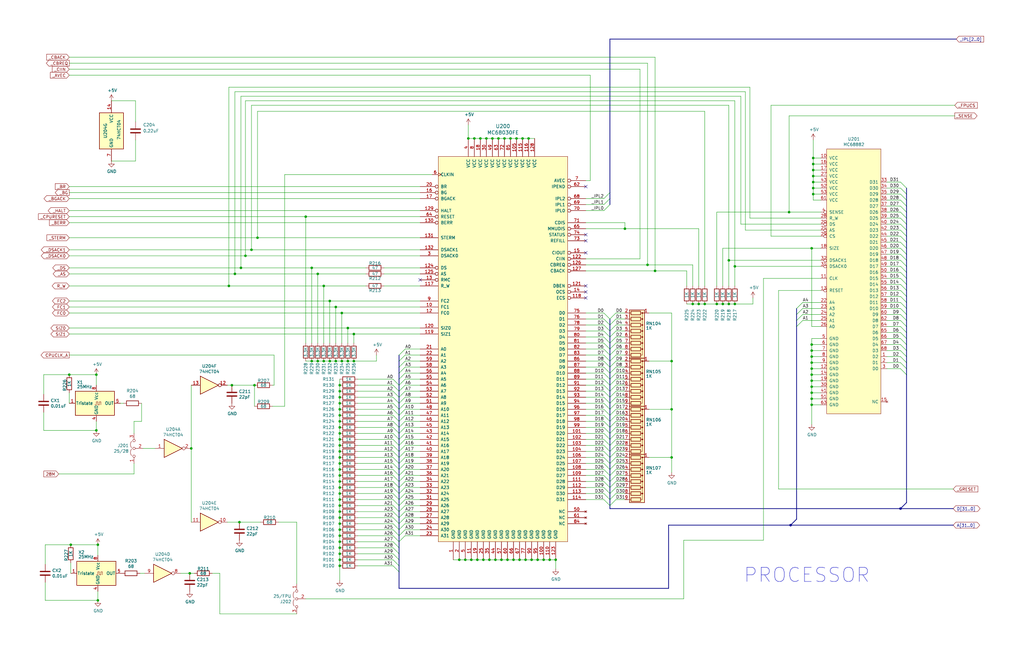
<source format=kicad_sch>
(kicad_sch (version 20211123) (generator eeschema)
  (paper "B")
  (title_block (title "N2630") (rev "1.0"))
  (junction (at 143.256 187.96))
  (junction (at 234.315 236.22))
  (junction (at 231.775 236.22))
  (junction (at 342.9 71.755))
  (junction (at 143.256 215.9))
  (junction (at 224.155 236.22))
  (junction (at 342.265 150.495))
  (junction (at 226.695 236.22))
  (junction (at 379.73 214.63))
  (junction (at 307.34 128.27))
  (junction (at 143.256 203.2))
  (junction (at 41.275 253.365))
  (junction (at 80.645 189.23))
  (junction (at 143.256 228.6))
  (junction (at 342.9 79.375))
  (junction (at 143.256 182.88))
  (junction (at 146.685 152.4))
  (junction (at 205.105 58.42))
  (junction (at 139.065 127))
  (junction (at 29.21 158.115))
  (junction (at 143.256 223.52))
  (junction (at 342.265 165.735))
  (junction (at 342.265 155.575))
  (junction (at 342.265 104.775))
  (junction (at 208.915 236.22))
  (junction (at 80.01 241.935))
  (junction (at 229.235 236.22))
  (junction (at 139.065 152.4))
  (junction (at 213.995 236.22))
  (junction (at 143.256 180.34))
  (junction (at 128.905 91.44))
  (junction (at 143.256 226.06))
  (junction (at 143.256 200.66))
  (junction (at 143.256 193.04))
  (junction (at 133.985 115.57))
  (junction (at 294.64 128.27))
  (junction (at 276.225 114.3))
  (junction (at 198.755 236.22))
  (junction (at 342.9 76.835))
  (junction (at 283.21 193.04))
  (junction (at 211.455 236.22))
  (junction (at 307.34 109.855))
  (junction (at 143.256 195.58))
  (junction (at 141.605 152.4))
  (junction (at 141.605 129.54))
  (junction (at 136.525 152.4))
  (junction (at 309.88 128.27))
  (junction (at 143.256 185.42))
  (junction (at 143.256 238.76))
  (junction (at 219.075 236.22))
  (junction (at 333.375 221.615))
  (junction (at 202.565 58.42))
  (junction (at 144.145 152.4))
  (junction (at 101.6 113.03))
  (junction (at 309.88 112.395))
  (junction (at 203.835 236.22))
  (junction (at 131.445 152.4))
  (junction (at 342.9 69.215))
  (junction (at 143.256 165.1))
  (junction (at 222.885 58.42))
  (junction (at 143.256 167.64))
  (junction (at 131.445 113.03))
  (junction (at 100.965 220.345))
  (junction (at 99.06 115.57))
  (junction (at 332.74 89.535))
  (junction (at 342.265 168.275))
  (junction (at 342.9 74.295))
  (junction (at 217.805 58.42))
  (junction (at 283.21 152.4))
  (junction (at 143.256 233.68))
  (junction (at 29.845 229.87))
  (junction (at 106.045 105.41))
  (junction (at 108.585 100.33))
  (junction (at 342.265 153.035))
  (junction (at 143.256 198.12))
  (junction (at 143.256 218.44))
  (junction (at 144.145 132.08))
  (junction (at 149.225 152.4))
  (junction (at 96.52 120.65))
  (junction (at 97.79 162.56))
  (junction (at 342.9 66.675))
  (junction (at 143.256 208.28))
  (junction (at 342.265 160.655))
  (junction (at 143.256 220.98))
  (junction (at 143.256 213.36))
  (junction (at 283.21 172.72))
  (junction (at 212.725 58.42))
  (junction (at 263.525 96.52))
  (junction (at 201.295 236.22))
  (junction (at 302.26 128.27))
  (junction (at 149.225 140.97))
  (junction (at 342.265 147.955))
  (junction (at 143.256 231.14))
  (junction (at 107.315 162.56))
  (junction (at 143.256 162.56))
  (junction (at 41.275 229.87))
  (junction (at 143.256 177.8))
  (junction (at 215.265 58.42))
  (junction (at 40.64 181.61))
  (junction (at 40.64 158.115))
  (junction (at 146.685 138.43))
  (junction (at 103.505 107.95))
  (junction (at 206.375 236.22))
  (junction (at 292.1 128.27))
  (junction (at 304.8 128.27))
  (junction (at 197.485 58.42))
  (junction (at 221.615 236.22))
  (junction (at 196.215 236.22))
  (junction (at 220.345 58.42))
  (junction (at 216.535 236.22))
  (junction (at 143.256 170.18))
  (junction (at 342.265 170.815))
  (junction (at 193.675 236.22))
  (junction (at 143.256 236.22))
  (junction (at 342.9 81.915))
  (junction (at 143.256 205.74))
  (junction (at 207.645 58.42))
  (junction (at 342.265 145.415))
  (junction (at 342.265 158.115))
  (junction (at 210.185 58.42))
  (junction (at 143.256 172.72))
  (junction (at 143.256 210.82))
  (junction (at 200.025 58.42))
  (junction (at 143.256 175.26))
  (junction (at 297.18 128.27))
  (junction (at 342.265 163.195))
  (junction (at 136.525 120.65))
  (junction (at 133.985 152.4))
  (junction (at 143.256 190.5))
  (junction (at 273.05 111.76))
  (no_connect (at 247.015 120.65))
  (no_connect (at 247.015 123.19))
  (no_connect (at 247.015 101.6))
  (no_connect (at 247.015 125.73))
  (no_connect (at 247.015 106.68))
  (no_connect (at 247.015 78.74))
  (no_connect (at 247.015 99.06))
  (no_connect (at 177.165 118.11))
  (bus_entry (at 259.715 172.72) (size -2.54 2.54))
  (bus_entry (at 170.815 170.18) (size -2.54 2.54))
  (bus_entry (at 379.73 155.575) (size 2.54 2.54))
  (bus_entry (at 338.455 135.255) (size -2.54 2.54))
  (bus_entry (at 254.635 149.86) (size 2.54 2.54))
  (bus_entry (at 165.735 160.02) (size 2.54 2.54))
  (bus_entry (at 165.735 208.28) (size 2.54 2.54))
  (bus_entry (at 170.815 147.32) (size -2.54 2.54))
  (bus_entry (at 165.735 218.44) (size 2.54 2.54))
  (bus_entry (at 338.455 132.715) (size -2.54 2.54))
  (bus_entry (at 170.815 162.56) (size -2.54 2.54))
  (bus_entry (at 170.815 152.4) (size -2.54 2.54))
  (bus_entry (at 259.715 177.8) (size -2.54 2.54))
  (bus_entry (at 254.635 190.5) (size 2.54 2.54))
  (bus_entry (at 259.715 203.2) (size -2.54 2.54))
  (bus_entry (at 170.815 177.8) (size -2.54 2.54))
  (bus_entry (at 259.715 132.08) (size -2.54 2.54))
  (bus_entry (at 254.635 195.58) (size 2.54 2.54))
  (bus_entry (at 170.815 187.96) (size -2.54 2.54))
  (bus_entry (at 259.715 193.04) (size -2.54 2.54))
  (bus_entry (at 254.635 147.32) (size 2.54 2.54))
  (bus_entry (at 165.735 226.06) (size 2.54 2.54))
  (bus_entry (at 165.735 177.8) (size 2.54 2.54))
  (bus_entry (at 259.715 182.88) (size -2.54 2.54))
  (bus_entry (at 170.815 198.12) (size -2.54 2.54))
  (bus_entry (at 259.715 198.12) (size -2.54 2.54))
  (bus_entry (at 170.815 213.36) (size -2.54 2.54))
  (bus_entry (at 170.815 157.48) (size -2.54 2.54))
  (bus_entry (at 165.735 167.64) (size 2.54 2.54))
  (bus_entry (at 254.635 160.02) (size 2.54 2.54))
  (bus_entry (at 254.635 182.88) (size 2.54 2.54))
  (bus_entry (at 379.73 114.935) (size 2.54 2.54))
  (bus_entry (at 170.815 195.58) (size -2.54 2.54))
  (bus_entry (at 165.735 162.56) (size 2.54 2.54))
  (bus_entry (at 170.815 208.28) (size -2.54 2.54))
  (bus_entry (at 165.735 231.14) (size 2.54 2.54))
  (bus_entry (at 379.73 142.875) (size 2.54 2.54))
  (bus_entry (at 379.73 97.155) (size 2.54 2.54))
  (bus_entry (at 379.73 89.535) (size 2.54 2.54))
  (bus_entry (at 165.735 223.52) (size 2.54 2.54))
  (bus_entry (at 379.73 127.635) (size 2.54 2.54))
  (bus_entry (at 259.715 190.5) (size -2.54 2.54))
  (bus_entry (at 254.635 170.18) (size 2.54 2.54))
  (bus_entry (at 259.715 147.32) (size -2.54 2.54))
  (bus_entry (at 259.715 154.94) (size -2.54 2.54))
  (bus_entry (at 170.815 215.9) (size -2.54 2.54))
  (bus_entry (at 165.735 170.18) (size 2.54 2.54))
  (bus_entry (at 379.73 84.455) (size 2.54 2.54))
  (bus_entry (at 170.815 205.74) (size -2.54 2.54))
  (bus_entry (at 379.73 137.795) (size 2.54 2.54))
  (bus_entry (at 170.815 154.94) (size -2.54 2.54))
  (bus_entry (at 254.635 142.24) (size 2.54 2.54))
  (bus_entry (at 254.635 172.72) (size 2.54 2.54))
  (bus_entry (at 165.735 220.98) (size 2.54 2.54))
  (bus_entry (at 379.73 76.835) (size 2.54 2.54))
  (bus_entry (at 259.715 205.74) (size -2.54 2.54))
  (bus_entry (at 165.735 190.5) (size 2.54 2.54))
  (bus_entry (at 254.635 177.8) (size 2.54 2.54))
  (bus_entry (at 379.73 150.495) (size 2.54 2.54))
  (bus_entry (at 170.815 200.66) (size -2.54 2.54))
  (bus_entry (at 165.735 228.6) (size 2.54 2.54))
  (bus_entry (at 379.73 132.715) (size 2.54 2.54))
  (bus_entry (at 259.715 208.28) (size -2.54 2.54))
  (bus_entry (at 170.815 226.06) (size -2.54 2.54))
  (bus_entry (at 379.73 92.075) (size 2.54 2.54))
  (bus_entry (at 165.735 210.82) (size 2.54 2.54))
  (bus_entry (at 379.73 120.015) (size 2.54 2.54))
  (bus_entry (at 165.735 165.1) (size 2.54 2.54))
  (bus_entry (at 170.815 185.42) (size -2.54 2.54))
  (bus_entry (at 170.815 210.82) (size -2.54 2.54))
  (bus_entry (at 254.635 152.4) (size 2.54 2.54))
  (bus_entry (at 259.715 195.58) (size -2.54 2.54))
  (bus_entry (at 254.635 185.42) (size 2.54 2.54))
  (bus_entry (at 379.73 117.475) (size 2.54 2.54))
  (bus_entry (at 259.715 144.78) (size -2.54 2.54))
  (bus_entry (at 165.735 187.96) (size 2.54 2.54))
  (bus_entry (at 379.73 86.995) (size 2.54 2.54))
  (bus_entry (at 254.635 137.16) (size 2.54 2.54))
  (bus_entry (at 165.735 180.34) (size 2.54 2.54))
  (bus_entry (at 165.735 172.72) (size 2.54 2.54))
  (bus_entry (at 254.635 88.9) (size 2.54 -2.54))
  (bus_entry (at 165.735 185.42) (size 2.54 2.54))
  (bus_entry (at 170.815 218.44) (size -2.54 2.54))
  (bus_entry (at 254.635 157.48) (size 2.54 2.54))
  (bus_entry (at 170.815 149.86) (size -2.54 2.54))
  (bus_entry (at 259.715 185.42) (size -2.54 2.54))
  (bus_entry (at 254.635 165.1) (size 2.54 2.54))
  (bus_entry (at 254.635 187.96) (size 2.54 2.54))
  (bus_entry (at 379.73 81.915) (size 2.54 2.54))
  (bus_entry (at 259.715 152.4) (size -2.54 2.54))
  (bus_entry (at 379.73 107.315) (size 2.54 2.54))
  (bus_entry (at 259.715 200.66) (size -2.54 2.54))
  (bus_entry (at 379.73 104.775) (size 2.54 2.54))
  (bus_entry (at 379.73 99.695) (size 2.54 2.54))
  (bus_entry (at 254.635 167.64) (size 2.54 2.54))
  (bus_entry (at 254.635 175.26) (size 2.54 2.54))
  (bus_entry (at 170.815 172.72) (size -2.54 2.54))
  (bus_entry (at 259.715 139.7) (size -2.54 2.54))
  (bus_entry (at 170.815 175.26) (size -2.54 2.54))
  (bus_entry (at 170.815 165.1) (size -2.54 2.54))
  (bus_entry (at 379.73 102.235) (size 2.54 2.54))
  (bus_entry (at 254.635 83.82) (size 2.54 -2.54))
  (bus_entry (at 259.715 167.64) (size -2.54 2.54))
  (bus_entry (at 254.635 162.56) (size 2.54 2.54))
  (bus_entry (at 379.73 135.255) (size 2.54 2.54))
  (bus_entry (at 170.815 160.02) (size -2.54 2.54))
  (bus_entry (at 254.635 193.04) (size 2.54 2.54))
  (bus_entry (at 165.735 238.76) (size 2.54 2.54))
  (bus_entry (at 165.735 200.66) (size 2.54 2.54))
  (bus_entry (at 379.73 130.175) (size 2.54 2.54))
  (bus_entry (at 165.735 205.74) (size 2.54 2.54))
  (bus_entry (at 170.815 180.34) (size -2.54 2.54))
  (bus_entry (at 259.715 137.16) (size -2.54 2.54))
  (bus_entry (at 170.815 203.2) (size -2.54 2.54))
  (bus_entry (at 254.635 205.74) (size 2.54 2.54))
  (bus_entry (at 379.73 153.035) (size 2.54 2.54))
  (bus_entry (at 254.635 86.36) (size 2.54 -2.54))
  (bus_entry (at 259.715 210.82) (size -2.54 2.54))
  (bus_entry (at 379.73 122.555) (size 2.54 2.54))
  (bus_entry (at 259.715 157.48) (size -2.54 2.54))
  (bus_entry (at 254.635 132.08) (size 2.54 2.54))
  (bus_entry (at 259.715 187.96) (size -2.54 2.54))
  (bus_entry (at 379.73 94.615) (size 2.54 2.54))
  (bus_entry (at 254.635 200.66) (size 2.54 2.54))
  (bus_entry (at 165.735 233.68) (size 2.54 2.54))
  (bus_entry (at 259.715 180.34) (size -2.54 2.54))
  (bus_entry (at 379.73 125.095) (size 2.54 2.54))
  (bus_entry (at 170.815 167.64) (size -2.54 2.54))
  (bus_entry (at 170.815 223.52) (size -2.54 2.54))
  (bus_entry (at 254.635 210.82) (size 2.54 2.54))
  (bus_entry (at 165.735 213.36) (size 2.54 2.54))
  (bus_entry (at 259.715 134.62) (size -2.54 2.54))
  (bus_entry (at 379.73 112.395) (size 2.54 2.54))
  (bus_entry (at 170.815 193.04) (size -2.54 2.54))
  (bus_entry (at 259.715 160.02) (size -2.54 2.54))
  (bus_entry (at 254.635 154.94) (size 2.54 2.54))
  (bus_entry (at 259.715 149.86) (size -2.54 2.54))
  (bus_entry (at 379.73 140.335) (size 2.54 2.54))
  (bus_entry (at 254.635 144.78) (size 2.54 2.54))
  (bus_entry (at 254.635 180.34) (size 2.54 2.54))
  (bus_entry (at 170.815 182.88) (size -2.54 2.54))
  (bus_entry (at 165.735 198.12) (size 2.54 2.54))
  (bus_entry (at 259.715 175.26) (size -2.54 2.54))
  (bus_entry (at 165.735 195.58) (size 2.54 2.54))
  (bus_entry (at 379.73 147.955) (size 2.54 2.54))
  (bus_entry (at 259.715 142.24) (size -2.54 2.54))
  (bus_entry (at 379.73 109.855) (size 2.54 2.54))
  (bus_entry (at 379.73 145.415) (size 2.54 2.54))
  (bus_entry (at 165.735 182.88) (size 2.54 2.54))
  (bus_entry (at 165.735 236.22) (size 2.54 2.54))
  (bus_entry (at 165.735 175.26) (size 2.54 2.54))
  (bus_entry (at 259.715 170.18) (size -2.54 2.54))
  (bus_entry (at 254.635 208.28) (size 2.54 2.54))
  (bus_entry (at 338.455 130.175) (size -2.54 2.54))
  (bus_entry (at 170.815 220.98) (size -2.54 2.54))
  (bus_entry (at 259.715 165.1) (size -2.54 2.54))
  (bus_entry (at 170.815 190.5) (size -2.54 2.54))
  (bus_entry (at 338.455 127.635) (size -2.54 2.54))
  (bus_entry (at 165.735 193.04) (size 2.54 2.54))
  (bus_entry (at 254.635 134.62) (size 2.54 2.54))
  (bus_entry (at 259.715 162.56) (size -2.54 2.54))
  (bus_entry (at 379.73 79.375) (size 2.54 2.54))
  (bus_entry (at 165.735 215.9) (size 2.54 2.54))
  (bus_entry (at 254.635 139.7) (size 2.54 2.54))
  (bus_entry (at 165.735 203.2) (size 2.54 2.54))
  (bus_entry (at 254.635 198.12) (size 2.54 2.54))
  (bus_entry (at 254.635 203.2) (size 2.54 2.54))
  (wire (pts (xy 247.015 180.34) (xy 254.635 180.34)))
  (bus (pts (xy 257.175 190.5) (xy 257.175 193.04)))
  (wire (pts (xy 374.015 102.235) (xy 379.73 102.235)))
  (wire (pts (xy 309.88 42.545) (xy 103.505 42.545)))
  (wire (pts (xy 292.1 128.27) (xy 294.64 128.27)))
  (wire (pts (xy 342.265 150.495) (xy 342.265 153.035)))
  (wire (pts (xy 247.015 88.9) (xy 254.635 88.9)))
  (wire (pts (xy 125.095 246.38) (xy 125.095 220.345)))
  (bus (pts (xy 382.27 153.035) (xy 382.27 155.575)))
  (wire (pts (xy 150.876 165.1) (xy 165.735 165.1)))
  (wire (pts (xy 226.695 236.22) (xy 229.235 236.22)))
  (wire (pts (xy 143.256 231.14) (xy 143.256 233.68)))
  (wire (pts (xy 200.025 58.42) (xy 197.485 58.42)))
  (wire (pts (xy 207.645 58.42) (xy 205.105 58.42)))
  (wire (pts (xy 92.71 241.935) (xy 89.535 241.935)))
  (bus (pts (xy 382.27 92.075) (xy 382.27 94.615)))
  (bus (pts (xy 168.275 210.82) (xy 168.275 213.36)))
  (wire (pts (xy 342.265 170.815) (xy 342.265 179.07)))
  (wire (pts (xy 177.165 165.1) (xy 170.815 165.1)))
  (wire (pts (xy 269.875 109.22) (xy 269.875 29.21)))
  (wire (pts (xy 177.165 162.56) (xy 170.815 162.56)))
  (wire (pts (xy 374.015 76.835) (xy 379.73 76.835)))
  (bus (pts (xy 257.175 175.26) (xy 257.175 177.8)))
  (wire (pts (xy 216.535 236.22) (xy 219.075 236.22)))
  (wire (pts (xy 247.015 93.98) (xy 263.525 93.98)))
  (wire (pts (xy 259.715 162.56) (xy 263.525 162.56)))
  (bus (pts (xy 257.175 139.7) (xy 257.175 142.24)))
  (bus (pts (xy 382.27 120.015) (xy 382.27 122.555)))
  (bus (pts (xy 335.915 135.255) (xy 335.915 137.795)))
  (wire (pts (xy 304.8 104.775) (xy 342.265 104.775)))
  (wire (pts (xy 273.685 172.72) (xy 283.21 172.72)))
  (wire (pts (xy 346.075 137.795) (xy 342.265 137.795)))
  (wire (pts (xy 193.675 236.22) (xy 196.215 236.22)))
  (wire (pts (xy 149.225 152.4) (xy 158.75 152.4)))
  (wire (pts (xy 150.876 198.12) (xy 165.735 198.12)))
  (wire (pts (xy 150.876 205.74) (xy 165.735 205.74)))
  (wire (pts (xy 211.455 236.22) (xy 213.995 236.22)))
  (wire (pts (xy 150.876 190.5) (xy 165.735 190.5)))
  (wire (pts (xy 346.075 165.735) (xy 342.265 165.735)))
  (bus (pts (xy 382.27 86.995) (xy 382.27 89.535)))
  (wire (pts (xy 177.165 175.26) (xy 170.815 175.26)))
  (wire (pts (xy 150.876 220.98) (xy 165.735 220.98)))
  (wire (pts (xy 150.876 167.64) (xy 165.735 167.64)))
  (wire (pts (xy 346.075 99.695) (xy 325.12 99.695)))
  (wire (pts (xy 297.18 120.65) (xy 297.18 46.99)))
  (bus (pts (xy 257.175 152.4) (xy 257.175 154.94)))
  (bus (pts (xy 168.275 187.96) (xy 168.275 190.5)))
  (wire (pts (xy 177.165 120.65) (xy 161.925 120.65)))
  (wire (pts (xy 125.095 220.345) (xy 117.475 220.345)))
  (wire (pts (xy 177.165 190.5) (xy 170.815 190.5)))
  (bus (pts (xy 168.275 233.68) (xy 168.275 236.22)))
  (bus (pts (xy 257.175 16.51) (xy 257.175 81.28)))
  (wire (pts (xy 177.165 215.9) (xy 170.815 215.9)))
  (bus (pts (xy 168.275 220.98) (xy 168.275 223.52)))
  (bus (pts (xy 257.175 172.72) (xy 257.175 175.26)))
  (wire (pts (xy 143.256 236.22) (xy 143.256 238.76)))
  (bus (pts (xy 168.275 154.94) (xy 168.275 157.48)))
  (wire (pts (xy 177.165 223.52) (xy 170.815 223.52)))
  (wire (pts (xy 125.095 259.08) (xy 92.71 259.08)))
  (wire (pts (xy 374.015 112.395) (xy 379.73 112.395)))
  (wire (pts (xy 346.075 150.495) (xy 342.265 150.495)))
  (bus (pts (xy 168.275 149.86) (xy 168.275 152.4)))
  (bus (pts (xy 168.275 195.58) (xy 168.275 198.12)))
  (wire (pts (xy 196.215 236.22) (xy 198.755 236.22)))
  (wire (pts (xy 177.165 93.98) (xy 29.21 93.98)))
  (wire (pts (xy 247.015 142.24) (xy 254.635 142.24)))
  (wire (pts (xy 283.21 152.4) (xy 283.21 132.08)))
  (bus (pts (xy 382.27 140.335) (xy 382.27 142.875)))
  (wire (pts (xy 346.075 71.755) (xy 342.9 71.755)))
  (bus (pts (xy 257.175 147.32) (xy 257.175 149.86)))
  (wire (pts (xy 99.06 38.735) (xy 99.06 115.57)))
  (wire (pts (xy 177.165 198.12) (xy 170.815 198.12)))
  (wire (pts (xy 80.645 189.23) (xy 80.645 220.345)))
  (wire (pts (xy 259.715 152.4) (xy 263.525 152.4)))
  (wire (pts (xy 374.015 147.955) (xy 379.73 147.955)))
  (wire (pts (xy 307.34 109.855) (xy 307.34 44.45)))
  (wire (pts (xy 177.165 170.18) (xy 170.815 170.18)))
  (wire (pts (xy 307.34 120.65) (xy 307.34 109.855)))
  (wire (pts (xy 220.345 58.42) (xy 217.805 58.42)))
  (bus (pts (xy 382.27 132.715) (xy 382.27 135.255)))
  (wire (pts (xy 198.755 236.22) (xy 201.295 236.22)))
  (wire (pts (xy 263.525 175.26) (xy 259.715 175.26)))
  (wire (pts (xy 80.645 162.56) (xy 80.645 189.23)))
  (wire (pts (xy 18.415 173.99) (xy 18.415 181.61)))
  (bus (pts (xy 168.275 167.64) (xy 168.275 170.18)))
  (wire (pts (xy 316.23 36.83) (xy 96.52 36.83)))
  (bus (pts (xy 382.27 155.575) (xy 382.27 158.115)))
  (wire (pts (xy 263.525 142.24) (xy 259.715 142.24)))
  (wire (pts (xy 346.075 79.375) (xy 342.9 79.375)))
  (wire (pts (xy 263.525 193.04) (xy 259.715 193.04)))
  (wire (pts (xy 247.015 152.4) (xy 254.635 152.4)))
  (bus (pts (xy 257.175 177.8) (xy 257.175 180.34)))
  (wire (pts (xy 177.165 78.74) (xy 29.21 78.74)))
  (wire (pts (xy 247.015 203.2) (xy 254.635 203.2)))
  (wire (pts (xy 316.23 92.075) (xy 316.23 36.83)))
  (wire (pts (xy 346.075 122.555) (xy 328.295 122.555)))
  (wire (pts (xy 247.015 200.66) (xy 254.635 200.66)))
  (wire (pts (xy 128.905 144.78) (xy 128.905 91.44)))
  (wire (pts (xy 304.8 104.775) (xy 304.8 120.65)))
  (wire (pts (xy 143.256 185.42) (xy 143.256 187.96)))
  (wire (pts (xy 213.995 236.22) (xy 216.535 236.22)))
  (wire (pts (xy 346.075 117.475) (xy 321.945 117.475)))
  (wire (pts (xy 95.885 220.345) (xy 100.965 220.345)))
  (wire (pts (xy 374.015 153.035) (xy 379.73 153.035)))
  (wire (pts (xy 29.21 140.97) (xy 149.225 140.97)))
  (wire (pts (xy 374.015 150.495) (xy 379.73 150.495)))
  (wire (pts (xy 146.685 152.4) (xy 149.225 152.4)))
  (bus (pts (xy 168.275 215.9) (xy 168.275 218.44)))
  (wire (pts (xy 150.876 236.22) (xy 165.735 236.22)))
  (wire (pts (xy 342.265 160.655) (xy 342.265 163.195)))
  (wire (pts (xy 158.75 152.4) (xy 158.75 149.86)))
  (wire (pts (xy 101.6 113.03) (xy 29.21 113.03)))
  (wire (pts (xy 29.845 229.87) (xy 41.275 229.87)))
  (wire (pts (xy 177.165 177.8) (xy 170.815 177.8)))
  (wire (pts (xy 374.015 92.075) (xy 379.73 92.075)))
  (wire (pts (xy 40.64 162.56) (xy 40.64 158.115)))
  (wire (pts (xy 374.015 84.455) (xy 379.73 84.455)))
  (wire (pts (xy 374.015 135.255) (xy 379.73 135.255)))
  (wire (pts (xy 247.015 83.82) (xy 254.635 83.82)))
  (wire (pts (xy 56.515 182.88) (xy 56.515 177.8)))
  (bus (pts (xy 382.27 84.455) (xy 382.27 86.995)))
  (bus (pts (xy 335.915 219.075) (xy 333.375 221.615)))
  (wire (pts (xy 143.256 208.28) (xy 143.256 210.82)))
  (wire (pts (xy 374.015 79.375) (xy 379.73 79.375)))
  (bus (pts (xy 168.275 198.12) (xy 168.275 200.66)))
  (wire (pts (xy 177.165 226.06) (xy 170.815 226.06)))
  (wire (pts (xy 307.34 128.27) (xy 309.88 128.27)))
  (wire (pts (xy 29.21 170.18) (xy 29.21 165.735)))
  (wire (pts (xy 247.015 170.18) (xy 254.635 170.18)))
  (wire (pts (xy 120.015 73.66) (xy 120.015 171.45)))
  (wire (pts (xy 374.015 155.575) (xy 379.73 155.575)))
  (wire (pts (xy 374.015 142.875) (xy 379.73 142.875)))
  (wire (pts (xy 139.065 144.78) (xy 139.065 127)))
  (wire (pts (xy 114.935 162.56) (xy 115.57 162.56)))
  (bus (pts (xy 257.175 81.28) (xy 257.175 83.82)))
  (bus (pts (xy 257.175 160.02) (xy 257.175 162.56)))
  (bus (pts (xy 382.27 102.235) (xy 382.27 104.775)))
  (wire (pts (xy 57.15 42.545) (xy 57.15 51.435)))
  (wire (pts (xy 297.18 128.27) (xy 302.26 128.27)))
  (wire (pts (xy 321.945 227.965) (xy 288.29 227.965)))
  (wire (pts (xy 342.9 71.755) (xy 342.9 69.215)))
  (wire (pts (xy 29.21 24.13) (xy 276.225 24.13)))
  (wire (pts (xy 374.015 89.535) (xy 379.73 89.535)))
  (wire (pts (xy 224.155 236.22) (xy 226.695 236.22)))
  (wire (pts (xy 29.21 158.115) (xy 40.64 158.115)))
  (wire (pts (xy 346.075 66.675) (xy 342.9 66.675)))
  (wire (pts (xy 210.185 58.42) (xy 207.645 58.42)))
  (wire (pts (xy 247.015 172.72) (xy 254.635 172.72)))
  (wire (pts (xy 219.075 236.22) (xy 221.615 236.22)))
  (wire (pts (xy 19.05 229.87) (xy 29.845 229.87)))
  (bus (pts (xy 382.27 81.915) (xy 382.27 84.455)))
  (wire (pts (xy 325.12 99.695) (xy 325.12 44.45)))
  (wire (pts (xy 143.256 175.26) (xy 143.256 177.8)))
  (wire (pts (xy 317.5 128.27) (xy 317.5 125.73)))
  (bus (pts (xy 382.27 112.395) (xy 382.27 114.935)))
  (wire (pts (xy 294.64 128.27) (xy 297.18 128.27)))
  (wire (pts (xy 247.015 86.36) (xy 254.635 86.36)))
  (bus (pts (xy 382.27 97.155) (xy 382.27 99.695)))
  (wire (pts (xy 150.876 238.76) (xy 165.735 238.76)))
  (wire (pts (xy 247.015 208.28) (xy 254.635 208.28)))
  (bus (pts (xy 168.275 180.34) (xy 168.275 182.88)))
  (wire (pts (xy 328.295 206.375) (xy 401.955 206.375)))
  (bus (pts (xy 257.175 154.94) (xy 257.175 157.48)))
  (wire (pts (xy 374.015 94.615) (xy 379.73 94.615)))
  (wire (pts (xy 99.06 115.57) (xy 133.985 115.57)))
  (wire (pts (xy 150.876 203.2) (xy 165.735 203.2)))
  (wire (pts (xy 177.165 157.48) (xy 170.815 157.48)))
  (wire (pts (xy 314.325 97.155) (xy 346.075 97.155)))
  (wire (pts (xy 191.135 236.22) (xy 193.675 236.22)))
  (wire (pts (xy 374.015 130.175) (xy 379.73 130.175)))
  (wire (pts (xy 229.235 236.22) (xy 231.775 236.22)))
  (wire (pts (xy 143.256 205.74) (xy 143.256 208.28)))
  (wire (pts (xy 177.165 147.32) (xy 170.815 147.32)))
  (wire (pts (xy 115.57 162.56) (xy 115.57 149.86)))
  (wire (pts (xy 128.905 91.44) (xy 29.21 91.44)))
  (wire (pts (xy 292.1 120.65) (xy 292.1 111.76)))
  (wire (pts (xy 52.07 170.18) (xy 50.8 170.18)))
  (wire (pts (xy 177.165 218.44) (xy 170.815 218.44)))
  (wire (pts (xy 342.265 163.195) (xy 342.265 165.735)))
  (wire (pts (xy 247.015 198.12) (xy 254.635 198.12)))
  (wire (pts (xy 325.12 44.45) (xy 402.59 44.45)))
  (wire (pts (xy 101.6 113.03) (xy 101.6 40.64)))
  (wire (pts (xy 150.876 172.72) (xy 165.735 172.72)))
  (bus (pts (xy 382.27 135.255) (xy 382.27 137.795)))
  (wire (pts (xy 259.715 195.58) (xy 263.525 195.58)))
  (wire (pts (xy 150.876 215.9) (xy 165.735 215.9)))
  (wire (pts (xy 143.256 160.02) (xy 143.256 162.56)))
  (wire (pts (xy 332.74 89.535) (xy 332.74 48.895)))
  (wire (pts (xy 259.715 167.64) (xy 263.525 167.64)))
  (wire (pts (xy 150.876 187.96) (xy 165.735 187.96)))
  (wire (pts (xy 177.165 210.82) (xy 170.815 210.82)))
  (wire (pts (xy 273.685 193.04) (xy 283.21 193.04)))
  (bus (pts (xy 168.275 203.2) (xy 168.275 205.74)))
  (wire (pts (xy 312.42 40.64) (xy 312.42 94.615)))
  (bus (pts (xy 257.175 162.56) (xy 257.175 165.1)))
  (wire (pts (xy 247.015 144.78) (xy 254.635 144.78)))
  (wire (pts (xy 108.585 100.33) (xy 29.21 100.33)))
  (wire (pts (xy 374.015 99.695) (xy 379.73 99.695)))
  (wire (pts (xy 143.256 193.04) (xy 143.256 195.58)))
  (wire (pts (xy 143.256 170.18) (xy 143.256 172.72)))
  (wire (pts (xy 143.256 187.96) (xy 143.256 190.5)))
  (wire (pts (xy 177.165 213.36) (xy 170.815 213.36)))
  (wire (pts (xy 309.88 128.27) (xy 317.5 128.27)))
  (wire (pts (xy 259.715 149.86) (xy 263.525 149.86)))
  (bus (pts (xy 382.27 79.375) (xy 382.27 81.915)))
  (wire (pts (xy 221.615 236.22) (xy 224.155 236.22)))
  (wire (pts (xy 263.525 185.42) (xy 259.715 185.42)))
  (wire (pts (xy 177.165 185.42) (xy 170.815 185.42)))
  (wire (pts (xy 269.875 29.21) (xy 29.21 29.21)))
  (bus (pts (xy 168.275 248.285) (xy 281.94 248.285)))
  (wire (pts (xy 56.515 195.58) (xy 56.515 200.025)))
  (wire (pts (xy 374.015 122.555) (xy 379.73 122.555)))
  (wire (pts (xy 263.525 154.94) (xy 259.715 154.94)))
  (wire (pts (xy 346.075 135.255) (xy 338.455 135.255)))
  (wire (pts (xy 144.145 132.08) (xy 29.21 132.08)))
  (wire (pts (xy 346.075 84.455) (xy 342.9 84.455)))
  (wire (pts (xy 217.805 58.42) (xy 215.265 58.42)))
  (wire (pts (xy 114.935 171.45) (xy 120.015 171.45)))
  (bus (pts (xy 257.175 187.96) (xy 257.175 190.5)))
  (wire (pts (xy 263.525 180.34) (xy 259.715 180.34)))
  (wire (pts (xy 259.715 200.66) (xy 263.525 200.66)))
  (wire (pts (xy 177.165 182.88) (xy 170.815 182.88)))
  (wire (pts (xy 177.165 172.72) (xy 170.815 172.72)))
  (wire (pts (xy 106.045 44.45) (xy 106.045 105.41)))
  (wire (pts (xy 177.165 81.28) (xy 29.21 81.28)))
  (wire (pts (xy 29.845 241.935) (xy 29.845 237.49)))
  (wire (pts (xy 177.165 149.86) (xy 170.815 149.86)))
  (wire (pts (xy 309.88 112.395) (xy 309.88 42.545)))
  (wire (pts (xy 149.225 140.97) (xy 177.165 140.97)))
  (wire (pts (xy 19.05 245.745) (xy 19.05 253.365)))
  (wire (pts (xy 316.23 92.075) (xy 346.075 92.075)))
  (wire (pts (xy 247.015 195.58) (xy 254.635 195.58)))
  (wire (pts (xy 143.256 198.12) (xy 143.256 200.66)))
  (wire (pts (xy 302.26 89.535) (xy 332.74 89.535)))
  (wire (pts (xy 143.256 238.76) (xy 143.256 244.856)))
  (bus (pts (xy 168.275 160.02) (xy 168.275 162.56)))
  (wire (pts (xy 342.265 147.955) (xy 342.265 150.495)))
  (bus (pts (xy 257.175 205.74) (xy 257.175 208.28)))
  (wire (pts (xy 247.015 165.1) (xy 254.635 165.1)))
  (bus (pts (xy 382.27 117.475) (xy 382.27 120.015)))
  (wire (pts (xy 103.505 42.545) (xy 103.505 107.95)))
  (wire (pts (xy 263.525 203.2) (xy 259.715 203.2)))
  (wire (pts (xy 177.165 91.44) (xy 128.905 91.44)))
  (wire (pts (xy 143.256 213.36) (xy 143.256 215.9)))
  (wire (pts (xy 222.885 58.42) (xy 220.345 58.42)))
  (bus (pts (xy 168.275 218.44) (xy 168.275 220.98)))
  (wire (pts (xy 247.015 210.82) (xy 254.635 210.82)))
  (bus (pts (xy 382.27 147.955) (xy 382.27 150.495)))
  (wire (pts (xy 346.075 69.215) (xy 342.9 69.215)))
  (bus (pts (xy 382.27 125.095) (xy 382.27 127.635)))
  (bus (pts (xy 168.275 231.14) (xy 168.275 233.68)))
  (wire (pts (xy 29.21 115.57) (xy 99.06 115.57)))
  (wire (pts (xy 247.015 187.96) (xy 254.635 187.96)))
  (bus (pts (xy 168.275 205.74) (xy 168.275 208.28)))
  (wire (pts (xy 107.315 162.56) (xy 107.315 171.45)))
  (wire (pts (xy 177.165 107.95) (xy 103.505 107.95)))
  (bus (pts (xy 257.175 142.24) (xy 257.175 144.78)))
  (wire (pts (xy 263.525 96.52) (xy 263.525 93.98)))
  (wire (pts (xy 247.015 154.94) (xy 254.635 154.94)))
  (wire (pts (xy 263.525 165.1) (xy 259.715 165.1)))
  (wire (pts (xy 321.945 117.475) (xy 321.945 227.965)))
  (wire (pts (xy 342.9 81.915) (xy 342.9 79.375)))
  (wire (pts (xy 342.9 74.295) (xy 342.9 71.755)))
  (wire (pts (xy 139.065 127) (xy 177.165 127)))
  (wire (pts (xy 201.295 236.22) (xy 203.835 236.22)))
  (wire (pts (xy 128.905 152.4) (xy 131.445 152.4)))
  (wire (pts (xy 146.685 138.43) (xy 29.21 138.43)))
  (wire (pts (xy 374.015 81.915) (xy 379.73 81.915)))
  (wire (pts (xy 150.876 185.42) (xy 165.735 185.42)))
  (wire (pts (xy 346.075 130.175) (xy 338.455 130.175)))
  (wire (pts (xy 143.256 177.8) (xy 143.256 180.34)))
  (wire (pts (xy 342.265 104.775) (xy 346.075 104.775)))
  (wire (pts (xy 177.165 154.94) (xy 170.815 154.94)))
  (bus (pts (xy 168.275 228.6) (xy 168.275 231.14)))
  (wire (pts (xy 144.145 144.78) (xy 144.145 132.08)))
  (wire (pts (xy 131.445 152.4) (xy 133.985 152.4)))
  (bus (pts (xy 257.175 149.86) (xy 257.175 152.4)))
  (wire (pts (xy 374.015 109.855) (xy 379.73 109.855)))
  (wire (pts (xy 263.525 170.18) (xy 259.715 170.18)))
  (wire (pts (xy 18.415 166.37) (xy 18.415 158.115)))
  (wire (pts (xy 374.015 120.015) (xy 379.73 120.015)))
  (wire (pts (xy 150.876 213.36) (xy 165.735 213.36)))
  (wire (pts (xy 150.876 228.6) (xy 165.735 228.6)))
  (wire (pts (xy 150.876 218.44) (xy 165.735 218.44)))
  (wire (pts (xy 247.015 157.48) (xy 254.635 157.48)))
  (wire (pts (xy 150.876 170.18) (xy 165.735 170.18)))
  (wire (pts (xy 177.165 88.9) (xy 29.21 88.9)))
  (bus (pts (xy 168.275 208.28) (xy 168.275 210.82)))
  (bus (pts (xy 382.27 114.935) (xy 382.27 117.475)))
  (bus (pts (xy 257.175 83.82) (xy 257.175 86.36)))
  (wire (pts (xy 144.145 132.08) (xy 177.165 132.08)))
  (bus (pts (xy 257.175 185.42) (xy 257.175 187.96)))
  (bus (pts (xy 168.275 175.26) (xy 168.275 177.8)))
  (bus (pts (xy 281.94 221.615) (xy 333.375 221.615)))
  (bus (pts (xy 168.275 182.88) (xy 168.275 185.42)))
  (wire (pts (xy 141.605 129.54) (xy 29.21 129.54)))
  (wire (pts (xy 177.165 203.2) (xy 170.815 203.2)))
  (wire (pts (xy 57.15 42.545) (xy 46.99 42.545)))
  (wire (pts (xy 247.015 185.42) (xy 254.635 185.42)))
  (wire (pts (xy 139.065 152.4) (xy 141.605 152.4)))
  (bus (pts (xy 257.175 165.1) (xy 257.175 167.64)))
  (wire (pts (xy 133.985 115.57) (xy 154.305 115.57)))
  (bus (pts (xy 257.175 180.34) (xy 257.175 182.88)))
  (bus (pts (xy 382.27 109.855) (xy 382.27 112.395)))
  (bus (pts (xy 168.275 172.72) (xy 168.275 175.26)))
  (wire (pts (xy 259.715 144.78) (xy 263.525 144.78)))
  (wire (pts (xy 247.015 137.16) (xy 254.635 137.16)))
  (bus (pts (xy 382.27 107.315) (xy 382.27 109.855)))
  (wire (pts (xy 133.985 144.78) (xy 133.985 115.57)))
  (wire (pts (xy 374.015 107.315) (xy 379.73 107.315)))
  (wire (pts (xy 107.315 162.56) (xy 97.79 162.56)))
  (bus (pts (xy 257.175 203.2) (xy 257.175 205.74)))
  (wire (pts (xy 150.876 193.04) (xy 165.735 193.04)))
  (wire (pts (xy 95.885 162.56) (xy 97.79 162.56)))
  (wire (pts (xy 342.9 69.215) (xy 342.9 66.675)))
  (wire (pts (xy 374.015 145.415) (xy 379.73 145.415)))
  (wire (pts (xy 136.525 152.4) (xy 139.065 152.4)))
  (wire (pts (xy 346.075 127.635) (xy 338.455 127.635)))
  (wire (pts (xy 46.99 67.945) (xy 57.15 67.945)))
  (bus (pts (xy 168.275 236.22) (xy 168.275 238.76)))
  (wire (pts (xy 263.525 198.12) (xy 259.715 198.12)))
  (wire (pts (xy 143.256 167.64) (xy 143.256 170.18)))
  (wire (pts (xy 294.64 96.52) (xy 294.64 120.65)))
  (wire (pts (xy 18.415 158.115) (xy 29.21 158.115)))
  (wire (pts (xy 263.525 147.32) (xy 259.715 147.32)))
  (bus (pts (xy 257.175 214.63) (xy 379.73 214.63)))
  (wire (pts (xy 247.015 134.62) (xy 254.635 134.62)))
  (wire (pts (xy 177.165 187.96) (xy 170.815 187.96)))
  (wire (pts (xy 283.21 132.08) (xy 273.685 132.08)))
  (wire (pts (xy 136.525 144.78) (xy 136.525 120.65)))
  (wire (pts (xy 247.015 205.74) (xy 254.635 205.74)))
  (wire (pts (xy 56.515 177.8) (xy 59.69 177.8)))
  (wire (pts (xy 41.275 234.315) (xy 41.275 229.87)))
  (wire (pts (xy 19.05 238.125) (xy 19.05 229.87)))
  (wire (pts (xy 177.165 195.58) (xy 170.815 195.58)))
  (wire (pts (xy 374.015 127.635) (xy 379.73 127.635)))
  (wire (pts (xy 263.525 160.02) (xy 259.715 160.02)))
  (wire (pts (xy 374.015 132.715) (xy 379.73 132.715)))
  (wire (pts (xy 247.015 76.2) (xy 248.92 76.2)))
  (wire (pts (xy 143.256 180.34) (xy 143.256 182.88)))
  (wire (pts (xy 177.165 200.66) (xy 170.815 200.66)))
  (wire (pts (xy 342.9 66.675) (xy 342.9 59.055)))
  (wire (pts (xy 177.165 208.28) (xy 170.815 208.28)))
  (wire (pts (xy 149.225 144.78) (xy 149.225 140.97)))
  (wire (pts (xy 247.015 132.08) (xy 254.635 132.08)))
  (wire (pts (xy 374.015 114.935) (xy 379.73 114.935)))
  (wire (pts (xy 143.256 215.9) (xy 143.256 218.44)))
  (wire (pts (xy 65.405 189.23) (xy 60.325 189.23)))
  (bus (pts (xy 382.27 127.635) (xy 382.27 130.175)))
  (bus (pts (xy 168.275 162.56) (xy 168.275 165.1)))
  (bus (pts (xy 257.175 134.62) (xy 257.175 137.16)))
  (wire (pts (xy 177.165 152.4) (xy 170.815 152.4)))
  (wire (pts (xy 108.585 46.99) (xy 297.18 46.99)))
  (wire (pts (xy 143.256 226.06) (xy 143.256 228.6)))
  (bus (pts (xy 281.94 248.285) (xy 281.94 221.615)))
  (wire (pts (xy 346.075 145.415) (xy 342.265 145.415)))
  (wire (pts (xy 276.225 114.3) (xy 276.225 24.13)))
  (bus (pts (xy 168.275 152.4) (xy 168.275 154.94)))
  (wire (pts (xy 182.245 73.66) (xy 120.015 73.66)))
  (wire (pts (xy 81.915 241.935) (xy 80.01 241.935)))
  (wire (pts (xy 205.105 58.42) (xy 202.565 58.42)))
  (bus (pts (xy 382.27 94.615) (xy 382.27 97.155)))
  (wire (pts (xy 273.685 152.4) (xy 283.21 152.4)))
  (wire (pts (xy 259.715 205.74) (xy 263.525 205.74)))
  (wire (pts (xy 346.075 89.535) (xy 332.74 89.535)))
  (bus (pts (xy 382.27 150.495) (xy 382.27 153.035)))
  (bus (pts (xy 382.27 130.175) (xy 382.27 132.715)))
  (wire (pts (xy 143.256 228.6) (xy 143.256 231.14)))
  (wire (pts (xy 288.29 252.73) (xy 128.905 252.73)))
  (wire (pts (xy 143.256 220.98) (xy 143.256 223.52)))
  (wire (pts (xy 302.26 120.65) (xy 302.26 89.535)))
  (wire (pts (xy 273.05 111.76) (xy 292.1 111.76)))
  (wire (pts (xy 346.075 147.955) (xy 342.265 147.955)))
  (wire (pts (xy 289.56 128.27) (xy 292.1 128.27)))
  (wire (pts (xy 150.876 177.8) (xy 165.735 177.8)))
  (bus (pts (xy 257.175 167.64) (xy 257.175 170.18)))
  (bus (pts (xy 168.275 190.5) (xy 168.275 193.04)))
  (wire (pts (xy 177.165 83.82) (xy 29.21 83.82)))
  (wire (pts (xy 259.715 187.96) (xy 263.525 187.96)))
  (wire (pts (xy 143.256 190.5) (xy 143.256 193.04)))
  (wire (pts (xy 177.165 220.98) (xy 170.815 220.98)))
  (wire (pts (xy 342.265 153.035) (xy 342.265 155.575)))
  (wire (pts (xy 259.715 157.48) (xy 263.525 157.48)))
  (wire (pts (xy 346.075 81.915) (xy 342.9 81.915)))
  (wire (pts (xy 374.015 104.775) (xy 379.73 104.775)))
  (bus (pts (xy 168.275 193.04) (xy 168.275 195.58)))
  (bus (pts (xy 257.175 195.58) (xy 257.175 198.12)))
  (wire (pts (xy 202.565 58.42) (xy 200.025 58.42)))
  (wire (pts (xy 103.505 107.95) (xy 29.21 107.95)))
  (wire (pts (xy 247.015 167.64) (xy 254.635 167.64)))
  (bus (pts (xy 257.175 170.18) (xy 257.175 172.72)))
  (wire (pts (xy 276.225 114.3) (xy 289.56 114.3)))
  (wire (pts (xy 177.165 113.03) (xy 161.925 113.03)))
  (wire (pts (xy 203.835 236.22) (xy 206.375 236.22)))
  (wire (pts (xy 150.876 233.68) (xy 165.735 233.68)))
  (wire (pts (xy 150.876 210.82) (xy 165.735 210.82)))
  (bus (pts (xy 257.175 200.66) (xy 257.175 203.2)))
  (wire (pts (xy 177.165 105.41) (xy 106.045 105.41)))
  (wire (pts (xy 57.15 67.945) (xy 57.15 59.055)))
  (wire (pts (xy 247.015 139.7) (xy 254.635 139.7)))
  (wire (pts (xy 247.015 177.8) (xy 254.635 177.8)))
  (wire (pts (xy 29.21 26.67) (xy 273.05 26.67)))
  (wire (pts (xy 139.065 127) (xy 29.21 127)))
  (wire (pts (xy 247.015 109.22) (xy 269.875 109.22)))
  (wire (pts (xy 247.015 190.5) (xy 254.635 190.5)))
  (wire (pts (xy 283.21 193.04) (xy 283.21 199.39)))
  (wire (pts (xy 307.34 44.45) (xy 106.045 44.45)))
  (wire (pts (xy 346.075 76.835) (xy 342.9 76.835)))
  (wire (pts (xy 346.075 168.275) (xy 342.265 168.275)))
  (bus (pts (xy 335.915 132.715) (xy 335.915 135.255)))
  (wire (pts (xy 150.876 231.14) (xy 165.735 231.14)))
  (wire (pts (xy 259.715 172.72) (xy 263.525 172.72)))
  (wire (pts (xy 248.92 31.75) (xy 29.21 31.75)))
  (wire (pts (xy 247.015 182.88) (xy 254.635 182.88)))
  (bus (pts (xy 257.175 157.48) (xy 257.175 160.02)))
  (wire (pts (xy 56.515 200.025) (xy 24.765 200.025)))
  (wire (pts (xy 225.425 58.42) (xy 222.885 58.42)))
  (wire (pts (xy 259.715 134.62) (xy 263.525 134.62)))
  (wire (pts (xy 18.415 181.61) (xy 40.64 181.61)))
  (wire (pts (xy 141.605 152.4) (xy 144.145 152.4)))
  (wire (pts (xy 288.29 227.965) (xy 288.29 252.73)))
  (wire (pts (xy 59.055 241.935) (xy 60.96 241.935)))
  (wire (pts (xy 309.88 120.65) (xy 309.88 112.395)))
  (wire (pts (xy 212.725 58.42) (xy 210.185 58.42)))
  (wire (pts (xy 143.256 162.56) (xy 143.256 165.1)))
  (bus (pts (xy 257.175 208.28) (xy 257.175 210.82)))
  (wire (pts (xy 143.256 223.52) (xy 143.256 226.06)))
  (wire (pts (xy 346.075 74.295) (xy 342.9 74.295)))
  (wire (pts (xy 143.256 218.44) (xy 143.256 220.98)))
  (wire (pts (xy 76.2 241.935) (xy 80.01 241.935)))
  (wire (pts (xy 108.585 100.33) (xy 177.165 100.33)))
  (bus (pts (xy 382.27 145.415) (xy 382.27 147.955)))
  (wire (pts (xy 248.92 76.2) (xy 248.92 31.75)))
  (wire (pts (xy 150.876 175.26) (xy 165.735 175.26)))
  (bus (pts (xy 257.175 137.16) (xy 257.175 139.7)))
  (wire (pts (xy 108.585 100.33) (xy 108.585 46.99)))
  (bus (pts (xy 335.915 130.175) (xy 335.915 132.715)))
  (wire (pts (xy 346.075 155.575) (xy 342.265 155.575)))
  (bus (pts (xy 257.175 210.82) (xy 257.175 213.36)))
  (wire (pts (xy 150.876 200.66) (xy 165.735 200.66)))
  (wire (pts (xy 40.64 177.8) (xy 40.64 181.61)))
  (wire (pts (xy 143.256 195.58) (xy 143.256 198.12)))
  (wire (pts (xy 346.075 170.815) (xy 342.265 170.815)))
  (bus (pts (xy 168.275 200.66) (xy 168.275 203.2)))
  (wire (pts (xy 247.015 147.32) (xy 254.635 147.32)))
  (wire (pts (xy 247.015 193.04) (xy 254.635 193.04)))
  (bus (pts (xy 382.27 142.875) (xy 382.27 145.415)))
  (bus (pts (xy 257.175 16.51) (xy 403.225 16.51)))
  (wire (pts (xy 342.9 76.835) (xy 342.9 74.295)))
  (wire (pts (xy 143.256 200.66) (xy 143.256 203.2)))
  (wire (pts (xy 150.876 182.88) (xy 165.735 182.88)))
  (wire (pts (xy 177.165 167.64) (xy 170.815 167.64)))
  (bus (pts (xy 168.275 177.8) (xy 168.275 180.34)))
  (wire (pts (xy 96.52 36.83) (xy 96.52 120.65)))
  (wire (pts (xy 259.715 139.7) (xy 263.525 139.7)))
  (bus (pts (xy 168.275 223.52) (xy 168.275 226.06)))
  (wire (pts (xy 263.525 96.52) (xy 294.64 96.52)))
  (wire (pts (xy 146.685 138.43) (xy 177.165 138.43)))
  (wire (pts (xy 342.265 165.735) (xy 342.265 168.275)))
  (bus (pts (xy 168.275 238.76) (xy 168.275 241.3)))
  (wire (pts (xy 150.876 226.06) (xy 165.735 226.06)))
  (wire (pts (xy 342.265 168.275) (xy 342.265 170.815)))
  (wire (pts (xy 307.34 109.855) (xy 346.075 109.855)))
  (wire (pts (xy 263.525 137.16) (xy 259.715 137.16)))
  (wire (pts (xy 115.57 149.86) (xy 29.21 149.86)))
  (wire (pts (xy 273.05 111.76) (xy 273.05 26.67)))
  (wire (pts (xy 150.876 162.56) (xy 165.735 162.56)))
  (bus (pts (xy 379.73 214.63) (xy 382.27 212.09)))
  (wire (pts (xy 143.256 172.72) (xy 143.256 175.26)))
  (bus (pts (xy 333.375 221.615) (xy 401.955 221.615)))
  (wire (pts (xy 106.045 105.41) (xy 29.21 105.41)))
  (wire (pts (xy 342.9 79.375) (xy 342.9 76.835)))
  (wire (pts (xy 144.145 152.4) (xy 146.685 152.4)))
  (wire (pts (xy 231.775 236.22) (xy 234.315 236.22)))
  (wire (pts (xy 312.42 94.615) (xy 346.075 94.615)))
  (wire (pts (xy 346.075 132.715) (xy 338.455 132.715)))
  (wire (pts (xy 143.256 165.1) (xy 143.256 167.64)))
  (wire (pts (xy 259.715 177.8) (xy 263.525 177.8)))
  (wire (pts (xy 374.015 140.335) (xy 379.73 140.335)))
  (bus (pts (xy 168.275 157.48) (xy 168.275 160.02)))
  (bus (pts (xy 382.27 122.555) (xy 382.27 125.095)))
  (bus (pts (xy 168.275 185.42) (xy 168.275 187.96)))
  (wire (pts (xy 259.715 210.82) (xy 263.525 210.82)))
  (wire (pts (xy 150.876 223.52) (xy 165.735 223.52)))
  (wire (pts (xy 101.6 40.64) (xy 312.42 40.64)))
  (wire (pts (xy 342.265 145.415) (xy 342.265 147.955)))
  (wire (pts (xy 247.015 114.3) (xy 276.225 114.3)))
  (wire (pts (xy 177.165 205.74) (xy 170.815 205.74)))
  (wire (pts (xy 146.685 144.78) (xy 146.685 138.43)))
  (bus (pts (xy 257.175 144.78) (xy 257.175 147.32)))
  (bus (pts (xy 257.175 213.36) (xy 257.175 214.63)))
  (wire (pts (xy 150.876 180.34) (xy 165.735 180.34)))
  (wire (pts (xy 215.265 58.42) (xy 212.725 58.42)))
  (wire (pts (xy 328.295 122.555) (xy 328.295 206.375)))
  (wire (pts (xy 143.256 210.82) (xy 143.256 213.36)))
  (wire (pts (xy 234.315 236.22) (xy 234.315 240.03)))
  (wire (pts (xy 100.965 220.345) (xy 109.855 220.345)))
  (bus (pts (xy 257.175 193.04) (xy 257.175 195.58)))
  (bus (pts (xy 168.275 170.18) (xy 168.275 172.72)))
  (wire (pts (xy 247.015 160.02) (xy 254.635 160.02)))
  (wire (pts (xy 342.265 142.875) (xy 342.265 145.415)))
  (wire (pts (xy 150.876 208.28) (xy 165.735 208.28)))
  (wire (pts (xy 346.075 153.035) (xy 342.265 153.035)))
  (bus (pts (xy 168.275 226.06) (xy 168.275 228.6)))
  (wire (pts (xy 143.256 233.68) (xy 143.256 236.22)))
  (wire (pts (xy 263.525 190.5) (xy 259.715 190.5)))
  (bus (pts (xy 257.175 182.88) (xy 257.175 185.42)))
  (wire (pts (xy 92.71 259.08) (xy 92.71 241.935)))
  (bus (pts (xy 382.27 137.795) (xy 382.27 140.335)))
  (wire (pts (xy 177.165 193.04) (xy 170.815 193.04)))
  (wire (pts (xy 150.876 160.02) (xy 165.735 160.02)))
  (wire (pts (xy 29.21 120.65) (xy 96.52 120.65)))
  (bus (pts (xy 382.27 158.115) (xy 382.27 212.09)))
  (bus (pts (xy 168.275 213.36) (xy 168.275 215.9)))
  (bus (pts (xy 168.275 165.1) (xy 168.275 167.64)))
  (wire (pts (xy 342.265 137.795) (xy 342.265 104.775)))
  (wire (pts (xy 304.8 128.27) (xy 307.34 128.27)))
  (wire (pts (xy 150.876 195.58) (xy 165.735 195.58)))
  (wire (pts (xy 19.05 253.365) (xy 41.275 253.365)))
  (wire (pts (xy 177.165 180.34) (xy 170.815 180.34)))
  (wire (pts (xy 143.256 182.88) (xy 143.256 185.42)))
  (bus (pts (xy 257.175 198.12) (xy 257.175 200.66)))
  (wire (pts (xy 247.015 111.76) (xy 273.05 111.76)))
  (wire (pts (xy 374.015 125.095) (xy 379.73 125.095)))
  (wire (pts (xy 247.015 175.26) (xy 254.635 175.26)))
  (wire (pts (xy 374.015 137.795) (xy 379.73 137.795)))
  (wire (pts (xy 133.985 152.4) (xy 136.525 152.4)))
  (wire (pts (xy 136.525 120.65) (xy 154.305 120.65)))
  (wire (pts (xy 59.69 177.8) (xy 59.69 170.18)))
  (wire (pts (xy 141.605 129.54) (xy 177.165 129.54)))
  (wire (pts (xy 374.015 86.995) (xy 379.73 86.995)))
  (bus (pts (xy 168.275 241.3) (xy 168.275 248.285)))
  (wire (pts (xy 346.075 158.115) (xy 342.265 158.115)))
  (wire (pts (xy 247.015 96.52) (xy 263.525 96.52)))
  (bus (pts (xy 335.915 137.795) (xy 335.915 219.075)))
  (wire (pts (xy 131.445 113.03) (xy 101.6 113.03)))
  (wire (pts (xy 314.325 38.735) (xy 99.06 38.735)))
  (bus (pts (xy 382.27 89.535) (xy 382.27 92.075)))
  (wire (pts (xy 342.9 84.455) (xy 342.9 81.915)))
  (wire (pts (xy 141.605 144.78) (xy 141.605 129.54)))
  (bus (pts (xy 379.73 214.63) (xy 401.955 214.63)))
  (wire (pts (xy 96.52 120.65) (xy 136.525 120.65)))
  (wire (pts (xy 346.075 142.875) (xy 342.265 142.875)))
  (wire (pts (xy 346.075 163.195) (xy 342.265 163.195)))
  (wire (pts (xy 314.325 97.155) (xy 314.325 38.735)))
  (wire (pts (xy 259.715 182.88) (xy 263.525 182.88)))
  (wire (pts (xy 206.375 236.22) (xy 208.915 236.22)))
  (wire (pts (xy 247.015 162.56) (xy 254.635 162.56)))
  (wire (pts (xy 346.075 160.655) (xy 342.265 160.655)))
  (wire (pts (xy 131.445 113.03) (xy 154.305 113.03)))
  (wire (pts (xy 41.275 249.555) (xy 41.275 253.365)))
  (wire (pts (xy 332.74 48.895) (xy 402.59 48.895)))
  (wire (pts (xy 283.21 172.72) (xy 283.21 152.4)))
  (wire (pts (xy 177.165 160.02) (xy 170.815 160.02)))
  (wire (pts (xy 289.56 120.65) (xy 289.56 114.3)))
  (wire (pts (xy 309.88 112.395) (xy 346.075 112.395)))
  (wire (pts (xy 143.256 203.2) (xy 143.256 205.74)))
  (wire (pts (xy 197.485 58.42) (xy 197.485 52.705)))
  (wire (pts (xy 177.165 115.57) (xy 161.925 115.57)))
  (bus (pts (xy 382.27 99.695) (xy 382.27 102.235)))
  (bus (pts (xy 382.27 104.775) (xy 382.27 107.315)))
  (wire (pts (xy 374.015 97.155) (xy 379.73 97.155)))
  (wire (pts (xy 302.26 128.27) (xy 304.8 128.27)))
  (wire (pts (xy 263.525 208.28) (xy 259.715 208.28)))
  (wire (pts (xy 342.265 155.575) (xy 342.265 158.115)))
  (wire (pts (xy 342.265 158.115) (xy 342.265 160.655)))
  (wire (pts (xy 263.525 132.08) (xy 259.715 132.08)))
  (wire (pts (xy 283.21 193.04) (xy 283.21 172.72)))
  (wire (pts (xy 247.015 149.86) (xy 254.635 149.86)))
  (wire (pts (xy 374.015 117.475) (xy 379.73 117.475)))
  (wire (pts (xy 208.915 236.22) (xy 211.455 236.22)))
  (wire (pts (xy 131.445 144.78) (xy 131.445 113.03)))
  (text "PROCESSOR" (at 367.03 246.38 180) (effects (font (size 5.9944 5.9944)) (justify right bottom)))
  (label "D8" (at 254.635 152.4 180))
  (label "D29" (at 259.715 205.74 0))
  (label "D15" (at 259.715 170.18 0))
  (label "A25" (at 165.735 223.52 180))
  (label "A18" (at 165.735 205.74 180))
  (label "D1" (at 259.715 134.62 0))
  (label "A6" (at 165.735 175.26 180))
  (label "D23" (at 254.635 190.5 180))
  (label "D18" (at 379.095 109.855 180))
  (label "D27" (at 379.095 86.995 180))
  (label "D13" (at 379.095 122.555 180))
  (label "A29" (at 170.815 220.98 0))
  (label "D16" (at 379.095 114.935 180))
  (label "D6" (at 254.635 147.32 180))
  (label "A3" (at 165.735 167.64 180))
  (label "A1" (at 165.735 162.56 180))
  (label "A0" (at 165.735 160.02 180))
  (label "D12" (at 259.715 162.56 0))
  (label "A3" (at 338.455 130.175 0))
  (label "D8" (at 259.715 154.94 0))
  (label "D10" (at 379.095 130.175 180))
  (label "D13" (at 254.635 165.1 180))
  (label "D19" (at 379.095 107.315 180))
  (label "_IPL2" (at 254.635 83.82 180))
  (label "D5" (at 259.715 144.78 0))
  (label "A9" (at 165.735 182.88 180))
  (label "D4" (at 259.715 137.16 0))
  (label "A23" (at 165.735 215.9 180))
  (label "A1" (at 338.455 135.255 0))
  (label "A30" (at 165.735 236.22 180))
  (label "D15" (at 379.095 117.475 180))
  (label "A18" (at 170.815 193.04 0))
  (label "D26" (at 259.715 198.12 0))
  (label "D17" (at 259.715 172.72 0))
  (label "A13" (at 165.735 193.04 180))
  (label "D17" (at 379.095 112.395 180))
  (label "A21" (at 170.815 200.66 0))
  (label "A20" (at 170.815 198.12 0))
  (label "D31" (at 254.635 210.82 180))
  (label "A31" (at 165.735 238.76 180))
  (label "A23" (at 170.815 205.74 0))
  (label "D12" (at 254.635 162.56 180))
  (label "A16" (at 170.815 187.96 0))
  (label "D26" (at 254.635 198.12 180))
  (label "A26" (at 165.735 226.06 180))
  (label "D30" (at 259.715 208.28 0))
  (label "D8" (at 379.095 135.255 180))
  (label "D27" (at 254.635 200.66 180))
  (label "A11" (at 165.735 187.96 180))
  (label "D31" (at 379.095 76.835 180))
  (label "D14" (at 259.715 167.64 0))
  (label "D25" (at 259.715 195.58 0))
  (label "D5" (at 254.635 144.78 180))
  (label "A5" (at 165.735 172.72 180))
  (label "A20" (at 165.735 210.82 180))
  (label "_IPL0" (at 254.635 88.9 180))
  (label "D26" (at 379.095 89.535 180))
  (label "D1" (at 254.635 134.62 180))
  (label "D14" (at 379.095 120.015 180))
  (label "A30" (at 170.815 223.52 0))
  (label "D25" (at 379.095 92.075 180))
  (label "A8" (at 165.735 180.34 180))
  (label "D28" (at 259.715 203.2 0))
  (label "A2" (at 170.815 152.4 0))
  (label "D23" (at 379.095 97.155 180))
  (label "D21" (at 254.635 185.42 180))
  (label "A27" (at 165.735 228.6 180))
  (label "A14" (at 165.735 198.12 180))
  (label "D5" (at 379.095 142.875 180))
  (label "A4" (at 338.455 127.635 0))
  (label "D22" (at 379.095 99.695 180))
  (label "A25" (at 170.815 210.82 0))
  (label "D4" (at 379.095 145.415 180))
  (label "D24" (at 254.635 193.04 180))
  (label "A26" (at 170.815 213.36 0))
  (label "A12" (at 165.735 190.5 180))
  (label "A19" (at 170.815 195.58 0))
  (label "D22" (at 259.715 187.96 0))
  (label "D9" (at 254.635 154.94 180))
  (label "A31" (at 170.815 226.06 0))
  (label "D13" (at 259.715 165.1 0))
  (label "A15" (at 170.815 185.42 0))
  (label "D10" (at 259.715 157.48 0))
  (label "D2" (at 379.095 150.495 180))
  (label "D18" (at 254.635 177.8 180))
  (label "A24" (at 165.735 220.98 180))
  (label "A8" (at 170.815 167.64 0))
  (label "D17" (at 254.635 175.26 180))
  (label "D0" (at 254.635 132.08 180))
  (label "A15" (at 165.735 195.58 180))
  (label "D29" (at 254.635 205.74 180))
  (label "D3" (at 254.635 139.7 180))
  (label "D0" (at 379.095 155.575 180))
  (label "D9" (at 259.715 152.4 0))
  (label "A10" (at 165.735 185.42 180))
  (label "A11" (at 170.815 175.26 0))
  (label "A5" (at 170.815 160.02 0))
  (label "D20" (at 254.635 182.88 180))
  (label "D21" (at 259.715 185.42 0))
  (label "_IPL1" (at 254.635 86.36 180))
  (label "D19" (at 259.715 180.34 0))
  (label "D25" (at 254.635 195.58 180))
  (label "A4" (at 165.735 170.18 180))
  (label "D12" (at 379.095 125.095 180))
  (label "A14" (at 170.815 182.88 0))
  (label "A28" (at 165.735 231.14 180))
  (label "D21" (at 379.095 102.235 180))
  (label "D20" (at 379.095 104.775 180))
  (label "D14" (at 254.635 167.64 180))
  (label "D2" (at 259.715 142.24 0))
  (label "A22" (at 165.735 218.44 180))
  (label "D6" (at 379.095 140.335 180))
  (label "A10" (at 170.815 172.72 0))
  (label "A19" (at 165.735 208.28 180))
  (label "D0" (at 259.715 132.08 0))
  (label "A3" (at 170.815 154.94 0))
  (label "D19" (at 254.635 180.34 180))
  (label "A27" (at 170.815 215.9 0))
  (label "A13" (at 170.815 180.34 0))
  (label "A7" (at 170.815 165.1 0))
  (label "A17" (at 170.815 190.5 0))
  (label "D16" (at 259.715 175.26 0))
  (label "D3" (at 379.095 147.955 180))
  (label "D24" (at 379.095 94.615 180))
  (label "A4" (at 170.815 157.48 0))
  (label "D27" (at 259.715 200.66 0))
  (label "D30" (at 379.095 79.375 180))
  (label "D3" (at 259.715 139.7 0))
  (label "D11" (at 254.635 160.02 180))
  (label "D29" (at 379.095 81.915 180))
  (label "D7" (at 379.095 137.795 180))
  (label "A21" (at 165.735 213.36 180))
  (label "D18" (at 259.715 182.88 0))
  (label "D10" (at 254.635 157.48 180))
  (label "D30" (at 254.635 208.28 180))
  (label "D28" (at 254.635 203.2 180))
  (label "D2" (at 254.635 137.16 180))
  (label "A6" (at 170.815 162.56 0))
  (label "A28" (at 170.815 218.44 0))
  (label "A24" (at 170.815 208.28 0))
  (label "A2" (at 165.735 165.1 180))
  (label "A9" (at 170.815 170.18 0))
  (label "D23" (at 259.715 190.5 0))
  (label "A7" (at 165.735 177.8 180))
  (label "D16" (at 254.635 172.72 180))
  (label "D7" (at 254.635 149.86 180))
  (label "D7" (at 259.715 149.86 0))
  (label "D11" (at 379.095 127.635 180))
  (label "D9" (at 379.095 132.715 180))
  (label "A16" (at 165.735 200.66 180))
  (label "D22" (at 254.635 187.96 180))
  (label "D11" (at 259.715 160.02 0))
  (label "D4" (at 254.635 142.24 180))
  (label "D31" (at 259.715 210.82 0))
  (label "D6" (at 259.715 147.32 0))
  (label "A2" (at 338.455 132.715 0))
  (label "A1" (at 170.815 149.86 0))
  (label "D24" (at 259.715 193.04 0))
  (label "A0" (at 170.815 147.32 0))
  (label "A29" (at 165.735 233.68 180))
  (label "D1" (at 379.095 153.035 180))
  (label "A22" (at 170.815 203.2 0))
  (label "D20" (at 259.715 177.8 0))
  (label "A12" (at 170.815 177.8 0))
  (label "A17" (at 165.735 203.2 180))
  (label "D28" (at 379.095 84.455 180))
  (label "D15" (at 254.635 170.18 180))
  (global_label "_DSACK1" (shape bidirectional) (at 29.21 105.41 180) (property "Intersheet References" "${INTERSHEET_REFS}" (effects hide)))
  (global_label "_STERM" (shape input) (at 29.21 100.33 180) (property "Intersheet References" "${INTERSHEET_REFS}" (effects hide)))
  (global_label "_CBREQ" (shape output) (at 29.21 26.67 180) (property "Intersheet References" "${INTERSHEET_REFS}" (effects hide)))
  (global_label "_CIIN" (shape input) (at 29.21 29.21 180) (property "Intersheet References" "${INTERSHEET_REFS}" (effects hide)))
  (global_label "_CBACK" (shape input) (at 29.21 24.13 180) (property "Intersheet References" "${INTERSHEET_REFS}" (effects hide)))
  (global_label "FC0" (shape bidirectional) (at 29.21 132.08 180) (property "Intersheet References" "${INTERSHEET_REFS}" (effects hide)))
  (global_label "_BR" (shape input) (at 29.21 78.74 180) (property "Intersheet References" "${INTERSHEET_REFS}" (effects hide)))
  (global_label "SIZ0" (shape bidirectional) (at 29.21 138.43 180) (property "Intersheet References" "${INTERSHEET_REFS}" (effects hide)))
  (global_label "_GRESET" (shape input) (at 401.955 206.375 0) (property "Intersheet References" "${INTERSHEET_REFS}" (effects hide)))
  (global_label "FC2" (shape bidirectional) (at 29.21 127 180) (property "Intersheet References" "${INTERSHEET_REFS}" (effects hide)))
  (global_label "28M" (shape input) (at 24.765 200.025 180) (property "Intersheet References" "${INTERSHEET_REFS}" (effects hide)))
  (global_label "_AVEC" (shape input) (at 29.21 31.75 180) (property "Intersheet References" "${INTERSHEET_REFS}" (effects hide)))
  (global_label "_BGACK" (shape bidirectional) (at 29.21 83.82 180) (property "Intersheet References" "${INTERSHEET_REFS}" (effects hide)))
  (global_label "_SENSE" (shape output) (at 402.59 48.895 0) (property "Intersheet References" "${INTERSHEET_REFS}" (effects hide)))
  (global_label "_CPURESET" (shape input) (at 29.21 91.44 180) (property "Intersheet References" "${INTERSHEET_REFS}" (effects hide)))
  (global_label "CPUCLK_A" (shape output) (at 29.21 149.86 180) (property "Intersheet References" "${INTERSHEET_REFS}" (effects hide)))
  (global_label "_DSACK0" (shape bidirectional) (at 29.21 107.95 180) (property "Intersheet References" "${INTERSHEET_REFS}" (effects hide)))
  (global_label "_BERR" (shape input) (at 29.21 93.98 180) (property "Intersheet References" "${INTERSHEET_REFS}" (effects hide)))
  (global_label "_IPL[2..0]" (shape input) (at 403.225 16.51 0) (property "Intersheet References" "${INTERSHEET_REFS}" (effects hide)))
  (global_label "A[31..0]" (shape bidirectional) (at 401.955 221.615 0) (property "Intersheet References" "${INTERSHEET_REFS}" (effects hide)))
  (global_label "_AS" (shape bidirectional) (at 29.21 115.57 180) (property "Intersheet References" "${INTERSHEET_REFS}" (effects hide)))
  (global_label "_HALT" (shape bidirectional) (at 29.21 88.9 180) (property "Intersheet References" "${INTERSHEET_REFS}" (effects hide)))
  (global_label "D[31..0]" (shape bidirectional) (at 401.955 214.63 0) (property "Intersheet References" "${INTERSHEET_REFS}" (effects hide)))
  (global_label "_FPUCS" (shape input) (at 402.59 44.45 0) (property "Intersheet References" "${INTERSHEET_REFS}" (effects hide)))
  (global_label "SIZ1" (shape bidirectional) (at 29.21 140.97 180) (property "Intersheet References" "${INTERSHEET_REFS}" (effects hide)))
  (global_label "_DS" (shape bidirectional) (at 29.21 113.03 180) (property "Intersheet References" "${INTERSHEET_REFS}" (effects hide)))
  (global_label "_BG" (shape output) (at 29.21 81.28 180) (property "Intersheet References" "${INTERSHEET_REFS}" (effects hide)))
  (global_label "FC1" (shape bidirectional) (at 29.21 129.54 180) (property "Intersheet References" "${INTERSHEET_REFS}" (effects hide)))
  (global_label "R_W" (shape bidirectional) (at 29.21 120.65 180) (property "Intersheet References" "${INTERSHEET_REFS}" (effects hide)))
  (symbol (lib_id "N2630:MC68030FE") (at 212.725 158.75 0) (unit 1)
    (property "Reference" "U200" (at 212.09 53.2638 0) (effects (font (size 1.524 1.524))))
    (property "Value" "MC68030FE" (at 212.09 55.9562 0) (effects (font (size 1.524 1.524))))
    (property "Footprint" "Package_QFP:PQFP-132_24x24mm_P0.635mm" (effects hide))
    (property "Datasheet" "https://www.alldatasheet.com/datasheet-pdf/pdf/122371/MOTOROLA/MC68030FE25.html" (effects hide))
  )
  (symbol (lib_id "N2630:MC68882") (at 360.045 103.505 0) (unit 1)
    (property "Reference" "U201" (at 360.045 58.674 0))
    (property "Value" "MC68882" (at 360.045 60.9854 0))
    (property "Footprint" "Package_LCC:PLCC-68_THT-Socket" (effects hide))
    (property "Datasheet" "http://bitsavers.trailing-edge.com/components/motorola/68000/MC68881_MC68882_Floating-Point_Coprocessor_Users_Manual_1ed_1987.pdf" (effects hide))
  )
  (symbol (lib_id "N2630:CXO_DIP8") (at 43.18 170.18 0) (unit 1)
    (property "Reference" "X1" (at 32.385 161.29 0) (effects (justify left)))
    (property "Value" "25MHz" (at 32.385 163.195 0) (effects (justify left)))
    (property "Footprint" "Oscillator:Oscillator_DIP-8" (effects hide))
    (property "Datasheet" "https://abracon.com/Oscillators/ACH.pdf" (effects hide))
    (property "Digikey" "535-9175-5-ND" (effects hide))
  )
  (symbol (lib_id "power:+5V") (at 40.64 158.115 0) (unit 1)
    (property "Reference" "#PWR0101" (effects hide))
    (property "Value" "+5V" (at 41.021 153.7208 0))
  )
  (symbol (lib_id "power:GND") (at 40.64 181.61 0) (unit 1)
    (property "Reference" "#PWR0102" (effects hide))
    (property "Value" "GND" (at 40.767 186.0042 0))
  )
  (symbol (lib_id "Device:R") (at 55.88 170.18 270) (unit 1)
    (property "Reference" "R204" (at 55.88 164.9222 90))
    (property "Value" "68" (at 55.88 167.2336 90))
    (property "Footprint" "Resistor_SMD:R_0805_2012Metric" (effects hide))
  )
  (symbol (lib_id "74xx:74HCT04") (at 73.025 189.23 0) (unit 1)
    (property "Reference" "U204" (at 73.025 181.1782 0))
    (property "Value" "74HCT04" (at 73.025 183.4896 0))
    (property "Footprint" "Package_SO:SOIC-14_3.9x8.7mm_P1.27mm" (effects hide))
    (property "Datasheet" "https://assets.nexperia.com/documents/data-sheet/74HC_HCT04.pdf" (effects hide))
    (property "Digikey" "296-31832-1-ND" (effects hide))
  )
  (symbol (lib_id "74xx:74HCT04") (at 88.265 220.345 0) (unit 5)
    (property "Reference" "U204" (at 88.265 212.2932 0))
    (property "Value" "74HCT04" (at 88.265 214.6046 0))
    (property "Footprint" "Package_SO:SOIC-14_3.9x8.7mm_P1.27mm" (effects hide))
    (property "Datasheet" "https://assets.nexperia.com/documents/data-sheet/74HC_HCT04.pdf" (effects hide))
    (property "Digikey" "296-31832-1-ND" (effects hide))
  )
  (symbol (lib_id "74xx:74HCT04") (at 88.265 162.56 0) (unit 6)
    (property "Reference" "U204" (at 88.265 154.5082 0))
    (property "Value" "74HCT04" (at 88.265 156.8196 0))
    (property "Footprint" "Package_SO:SOIC-14_3.9x8.7mm_P1.27mm" (effects hide))
    (property "Datasheet" "https://assets.nexperia.com/documents/data-sheet/74HC_HCT04.pdf" (effects hide))
    (property "Digikey" "296-31832-1-ND" (effects hide))
  )
  (symbol (lib_id "Device:C") (at 97.79 166.37 0) (unit 1)
    (property "Reference" "C211" (at 100.711 165.2016 0) (effects (justify left)))
    (property "Value" "22pF" (at 100.711 167.513 0) (effects (justify left)))
    (property "Footprint" "Capacitor_SMD:C_0805_2012Metric" (effects hide))
  )
  (symbol (lib_id "power:GND") (at 97.79 170.18 0) (unit 1)
    (property "Reference" "#PWR0104" (effects hide))
    (property "Value" "GND" (at 97.917 174.5742 0))
  )
  (symbol (lib_id "Device:C") (at 100.965 224.155 0) (unit 1)
    (property "Reference" "C212" (at 103.886 222.9866 0) (effects (justify left)))
    (property "Value" "22pF" (at 103.886 225.298 0) (effects (justify left)))
    (property "Footprint" "Capacitor_SMD:C_0805_2012Metric" (effects hide))
  )
  (symbol (lib_id "power:GND") (at 100.965 227.965 0) (unit 1)
    (property "Reference" "#PWR0105" (effects hide))
    (property "Value" "GND" (at 101.092 232.3592 0))
  )
  (symbol (lib_id "Device:R") (at 113.665 220.345 270) (unit 1)
    (property "Reference" "R210" (at 113.665 218.44 90))
    (property "Value" "68" (at 113.665 220.345 90))
    (property "Footprint" "Resistor_SMD:R_0805_2012Metric" (effects hide))
  )
  (symbol (lib_id "Device:R") (at 111.125 162.56 270) (unit 1)
    (property "Reference" "R207" (at 111.125 160.655 90))
    (property "Value" "68" (at 111.125 162.56 90))
    (property "Footprint" "Resistor_SMD:R_0805_2012Metric" (effects hide))
  )
  (symbol (lib_id "Device:R") (at 111.125 171.45 270) (unit 1)
    (property "Reference" "R209" (at 111.125 169.545 90))
    (property "Value" "68" (at 111.125 171.45 90))
    (property "Footprint" "Resistor_SMD:R_0805_2012Metric" (effects hide))
  )
  (symbol (lib_id "power:GND") (at 234.315 240.03 0) (unit 1)
    (property "Reference" "#PWR0106" (effects hide))
    (property "Value" "GND" (at 234.442 244.4242 0))
  )
  (symbol (lib_id "power:GND") (at 342.265 179.07 0) (unit 1)
    (property "Reference" "#PWR0107" (effects hide))
    (property "Value" "GND" (at 342.392 183.4642 0))
  )
  (symbol (lib_id "power:+5V") (at 197.485 52.705 0) (unit 1)
    (property "Reference" "#PWR0108" (effects hide))
    (property "Value" "+5V" (at 197.866 48.3108 0))
  )
  (symbol (lib_id "power:+5V") (at 342.9 59.055 0) (unit 1)
    (property "Reference" "#PWR0109" (effects hide))
    (property "Value" "+5V" (at 343.281 54.6608 0))
  )
  (symbol (lib_id "Device:R") (at 147.066 238.76 270) (unit 1)
    (property "Reference" "R100" (at 138.557 238.76 90))
    (property "Value" "1K" (at 147.066 238.76 90))
    (property "Footprint" "Resistor_SMD:R_0805_2012Metric" (effects hide))
  )
  (symbol (lib_id "Device:R") (at 147.066 236.22 270) (unit 1)
    (property "Reference" "R101" (at 138.557 236.22 90))
    (property "Value" "1K" (at 147.066 236.22 90))
    (property "Footprint" "Resistor_SMD:R_0805_2012Metric" (effects hide))
  )
  (symbol (lib_id "Device:R") (at 147.066 233.68 270) (unit 1)
    (property "Reference" "R102" (at 138.557 233.68 90))
    (property "Value" "1K" (at 147.066 233.68 90))
    (property "Footprint" "Resistor_SMD:R_0805_2012Metric" (effects hide))
  )
  (symbol (lib_id "Device:R") (at 147.066 231.14 270) (unit 1)
    (property "Reference" "R103" (at 138.557 231.14 90))
    (property "Value" "1K" (at 147.066 231.14 90))
    (property "Footprint" "Resistor_SMD:R_0805_2012Metric" (effects hide))
  )
  (symbol (lib_id "Device:R") (at 158.115 113.03 270) (unit 1)
    (property "Reference" "R216" (at 158.115 111.125 90))
    (property "Value" "47" (at 158.115 113.03 90))
    (property "Footprint" "Resistor_SMD:R_0805_2012Metric" (effects hide))
  )
  (symbol (lib_id "Device:R") (at 158.115 115.57 90) (unit 1)
    (property "Reference" "R212" (at 158.115 117.475 90))
    (property "Value" "47" (at 158.115 115.57 90))
    (property "Footprint" "Resistor_SMD:R_0805_2012Metric" (effects hide))
  )
  (symbol (lib_id "Device:R") (at 158.115 120.65 90) (unit 1)
    (property "Reference" "R213" (at 158.115 122.555 90))
    (property "Value" "47" (at 158.115 120.65 90))
    (property "Footprint" "Resistor_SMD:R_0805_2012Metric" (effects hide))
  )
  (symbol (lib_id "Device:R") (at 147.066 228.6 270) (unit 1)
    (property "Reference" "R104" (at 138.557 228.6 90))
    (property "Value" "1K" (at 147.066 228.6 90))
    (property "Footprint" "Resistor_SMD:R_0805_2012Metric" (effects hide))
  )
  (symbol (lib_id "Device:R") (at 147.066 226.06 270) (unit 1)
    (property "Reference" "R105" (at 138.557 226.06 90))
    (property "Value" "1K" (at 147.066 226.06 90))
    (property "Footprint" "Resistor_SMD:R_0805_2012Metric" (effects hide))
  )
  (symbol (lib_id "Device:R") (at 147.066 223.52 270) (unit 1)
    (property "Reference" "R106" (at 138.557 223.52 90))
    (property "Value" "1K" (at 147.066 223.52 90))
    (property "Footprint" "Resistor_SMD:R_0805_2012Metric" (effects hide))
  )
  (symbol (lib_id "Device:R") (at 147.066 220.98 270) (unit 1)
    (property "Reference" "R107" (at 138.557 220.98 90))
    (property "Value" "1K" (at 147.066 220.98 90))
    (property "Footprint" "Resistor_SMD:R_0805_2012Metric" (effects hide))
  )
  (symbol (lib_id "power:+5V") (at 158.75 149.86 0) (unit 1)
    (property "Reference" "#PWR0110" (effects hide))
    (property "Value" "+5V" (at 159.131 145.4658 0))
  )
  (symbol (lib_id "Device:R") (at 309.88 124.46 0) (unit 1)
    (property "Reference" "R217" (at 309.88 132.969 90))
    (property "Value" "1K" (at 309.88 124.46 90))
    (property "Footprint" "Resistor_SMD:R_0805_2012Metric" (effects hide))
  )
  (symbol (lib_id "74xx:74HCT04") (at 46.99 55.245 0) (unit 7)
    (property "Reference" "U204" (at 44.45 58.42 90) (effects (justify left)))
    (property "Value" "74HCT04" (at 50.165 59.055 90) (effects (justify left)))
    (property "Footprint" "Package_SO:SOIC-14_3.9x8.7mm_P1.27mm" (effects hide))
    (property "Datasheet" "https://assets.nexperia.com/documents/data-sheet/74HC_HCT04.pdf" (effects hide))
    (property "Digikey" "296-31832-1-ND" (effects hide))
  )
  (symbol (lib_id "Device:C") (at 57.15 55.245 0) (unit 1)
    (property "Reference" "C204" (at 60.325 52.705 0) (effects (justify left)))
    (property "Value" "0.22uF" (at 60.325 55.245 0) (effects (justify left)))
    (property "Footprint" "Capacitor_SMD:C_0805_2012Metric" (effects hide))
  )
  (symbol (lib_id "power:GND") (at 46.99 67.945 0) (unit 1)
    (property "Reference" "#PWR0148" (effects hide))
    (property "Value" "GND" (at 47.117 72.3392 0))
  )
  (symbol (lib_id "power:+5V") (at 46.99 42.545 0) (unit 1)
    (property "Reference" "#PWR0177" (effects hide))
    (property "Value" "+5V" (at 47.371 38.1508 0))
  )
  (symbol (lib_id "Device:R") (at 307.34 124.46 0) (unit 1)
    (property "Reference" "R218" (at 307.34 132.969 90))
    (property "Value" "1K" (at 307.34 124.46 90))
    (property "Footprint" "Resistor_SMD:R_0805_2012Metric" (effects hide))
  )
  (symbol (lib_id "Device:R") (at 304.8 124.46 0) (unit 1)
    (property "Reference" "R219" (at 304.8 132.969 90))
    (property "Value" "1K" (at 304.8 124.46 90))
    (property "Footprint" "Resistor_SMD:R_0805_2012Metric" (effects hide))
  )
  (symbol (lib_id "Device:R") (at 302.26 124.46 0) (unit 1)
    (property "Reference" "R220" (at 302.26 132.969 90))
    (property "Value" "1K" (at 302.26 124.46 90))
    (property "Footprint" "Resistor_SMD:R_0805_2012Metric" (effects hide))
  )
  (symbol (lib_id "Device:R") (at 297.18 124.46 0) (unit 1)
    (property "Reference" "R222" (at 297.18 132.969 90))
    (property "Value" "1K" (at 297.18 124.46 90))
    (property "Footprint" "Resistor_SMD:R_0805_2012Metric" (effects hide))
  )
  (symbol (lib_id "Device:R") (at 294.64 124.46 0) (unit 1)
    (property "Reference" "R223" (at 294.64 132.969 90))
    (property "Value" "1K" (at 294.64 124.46 90))
    (property "Footprint" "Resistor_SMD:R_0805_2012Metric" (effects hide))
  )
  (symbol (lib_id "Device:R") (at 292.1 124.46 0) (unit 1)
    (property "Reference" "R224" (at 292.1 132.969 90))
    (property "Value" "1K" (at 292.1 124.46 90))
    (property "Footprint" "Resistor_SMD:R_0805_2012Metric" (effects hide))
  )
  (symbol (lib_id "Device:R") (at 289.56 124.46 0) (unit 1)
    (property "Reference" "R225" (at 289.56 132.969 90))
    (property "Value" "1K" (at 289.56 124.46 90))
    (property "Footprint" "Resistor_SMD:R_0805_2012Metric" (effects hide))
  )
  (symbol (lib_id "Device:R") (at 29.21 161.925 0) (unit 1)
    (property "Reference" "R226" (at 27.305 162.56 90))
    (property "Value" "1K" (at 29.21 161.925 90))
    (property "Footprint" "Resistor_SMD:R_0805_2012Metric" (effects hide))
  )
  (symbol (lib_id "Device:R") (at 29.845 233.68 0) (unit 1)
    (property "Reference" "R227" (at 27.94 234.315 90))
    (property "Value" "1K" (at 29.845 233.68 90))
    (property "Footprint" "Resistor_SMD:R_0805_2012Metric" (effects hide))
  )
  (symbol (lib_id "power:GND") (at 143.256 244.856 0) (unit 1)
    (property "Reference" "#PWR0154" (effects hide))
    (property "Value" "GND" (at 143.383 249.2502 0))
  )
  (symbol (lib_id "Jumper:Jumper_3_Open") (at 56.515 189.23 90) (unit 1)
    (property "Reference" "J201" (at 54.3052 188.0616 90) (effects (justify left)))
    (property "Value" "25/28" (at 54.3052 190.373 90) (effects (justify left)))
    (property "Footprint" "Connector_PinHeader_2.54mm:PinHeader_1x03_P2.54mm_Vertical" (effects hide))
  )
  (symbol (lib_id "N2630:CXO_DIP8") (at 43.815 241.935 0) (unit 1)
    (property "Reference" "X2" (at 33.02 233.045 0) (effects (justify left)))
    (property "Value" "25MHz" (at 33.02 234.95 0) (effects (justify left)))
    (property "Footprint" "Oscillator:Oscillator_DIP-8" (effects hide))
    (property "Datasheet" "https://abracon.com/Oscillators/ACH.pdf" (effects hide))
    (property "Digikey" "535-9175-5-ND" (effects hide))
  )
  (symbol (lib_id "power:+5V") (at 41.275 229.87 0) (unit 1)
    (property "Reference" "#PWR0114" (effects hide))
    (property "Value" "+5V" (at 41.656 225.4758 0))
  )
  (symbol (lib_id "power:GND") (at 41.275 253.365 0) (unit 1)
    (property "Reference" "#PWR0115" (effects hide))
    (property "Value" "GND" (at 41.402 257.7592 0))
  )
  (symbol (lib_id "Device:C") (at 19.05 241.935 0) (unit 1)
    (property "Reference" "CX2" (at 21.971 240.7666 0) (effects (justify left)))
    (property "Value" "0.01uF" (at 21.971 243.078 0) (effects (justify left)))
    (property "Footprint" "Capacitor_SMD:C_0805_2012Metric" (effects hide))
  )
  (symbol (lib_id "Device:R") (at 55.245 241.935 270) (unit 1)
    (property "Reference" "R203" (at 55.245 236.6772 90))
    (property "Value" "68" (at 55.245 238.9886 90))
    (property "Footprint" "Resistor_SMD:R_0805_2012Metric" (effects hide))
  )
  (symbol (lib_id "Jumper:Jumper_3_Open") (at 125.095 252.73 90) (mirror x) (unit 1)
    (property "Reference" "J202" (at 122.8852 253.8984 90) (effects (justify left)))
    (property "Value" "25/FPU" (at 122.8852 251.587 90) (effects (justify left)))
    (property "Footprint" "Connector_PinHeader_2.54mm:PinHeader_1x03_P2.54mm_Vertical" (effects hide))
  )
  (symbol (lib_id "Device:R_Network08") (at 268.605 142.24 270) (unit 1)
    (property "Reference" "RN104" (at 275.59 136.525 90))
    (property "Value" "1K" (at 273.685 138.43 90))
    (property "Footprint" "Resistor_THT:R_Array_SIP9" (effects hide))
    (property "Datasheet" "http://www.vishay.com/docs/31509/csc.pdf" (effects hide))
  )
  (symbol (lib_id "Device:R") (at 85.725 241.935 270) (unit 1)
    (property "Reference" "R211" (at 85.725 240.03 90))
    (property "Value" "68" (at 85.725 241.935 90))
    (property "Footprint" "Resistor_SMD:R_0805_2012Metric" (effects hide))
  )
  (symbol (lib_id "Device:C") (at 80.01 245.745 0) (unit 1)
    (property "Reference" "C213" (at 82.931 244.5766 0) (effects (justify left)))
    (property "Value" "22pF" (at 82.931 246.888 0) (effects (justify left)))
    (property "Footprint" "Capacitor_SMD:C_0805_2012Metric" (effects hide))
  )
  (symbol (lib_id "power:GND") (at 80.01 249.555 0) (unit 1)
    (property "Reference" "#PWR0147" (effects hide))
    (property "Value" "GND" (at 80.137 253.9492 0))
  )
  (symbol (lib_id "Device:R_Network08") (at 268.605 162.56 270) (unit 1)
    (property "Reference" "RN105" (at 275.59 156.845 90))
    (property "Value" "1K" (at 273.685 158.75 90))
    (property "Footprint" "Resistor_THT:R_Array_SIP9" (effects hide))
    (property "Datasheet" "http://www.vishay.com/docs/31509/csc.pdf" (effects hide))
  )
  (symbol (lib_id "Device:R_Network08") (at 268.605 182.88 270) (unit 1)
    (property "Reference" "RN106" (at 272.415 177.165 90) (effects (justify left)))
    (property "Value" "1K" (at 273.685 179.07 90))
    (property "Footprint" "Resistor_THT:R_Array_SIP9" (effects hide))
    (property "Datasheet" "http://www.vishay.com/docs/31509/csc.pdf" (effects hide))
  )
  (symbol (lib_id "Device:R_Network08") (at 268.605 203.2 270) (unit 1)
    (property "Reference" "RN107" (at 275.59 197.485 90))
    (property "Value" "1K" (at 273.685 199.39 90))
    (property "Footprint" "Resistor_THT:R_Array_SIP9" (effects hide))
    (property "Datasheet" "http://www.vishay.com/docs/31509/csc.pdf" (effects hide))
  )
  (symbol (lib_id "power:GND") (at 283.21 199.39 0) (unit 1)
    (property "Reference" "#PWR0112" (effects hide))
    (property "Value" "GND" (at 283.337 203.7842 0))
  )
  (symbol (lib_id "power:+5V") (at 317.5 125.73 0) (unit 1)
    (property "Reference" "#PWR0113" (effects hide))
    (property "Value" "+5V" (at 317.881 121.3358 0))
  )
  (symbol (lib_id "Device:C") (at 18.415 170.18 0) (unit 1)
    (property "Reference" "CX1" (at 21.336 169.0116 0) (effects (justify left)))
    (property "Value" "0.01uF" (at 21.336 171.323 0) (effects (justify left)))
    (property "Footprint" "Capacitor_SMD:C_0805_2012Metric" (effects hide))
  )
  (symbol (lib_id "Device:R") (at 131.445 148.59 0) (unit 1)
    (property "Reference" "R229" (at 131.445 155.575 90))
    (property "Value" "3.3K" (at 131.445 148.59 90))
    (property "Footprint" "Resistor_SMD:R_0805_2012Metric" (effects hide))
  )
  (symbol (lib_id "Device:R") (at 149.225 148.59 0) (unit 1)
    (property "Reference" "R236" (at 149.225 155.575 90))
    (property "Value" "3.3K" (at 149.225 148.59 90))
    (property "Footprint" "Resistor_SMD:R_0805_2012Metric" (effects hide))
  )
  (symbol (lib_id "Device:R") (at 147.066 172.72 270) (unit 1)
    (property "Reference" "R126" (at 138.557 172.72 90))
    (property "Value" "1K" (at 147.066 172.72 90))
    (property "Footprint" "Resistor_SMD:R_0805_2012Metric" (effects hide))
  )
  (symbol (lib_id "Device:R") (at 147.066 190.5 270) (unit 1)
    (property "Reference" "R119" (at 138.557 190.5 90))
    (property "Value" "1K" (at 147.066 190.5 90))
    (property "Footprint" "Resistor_SMD:R_0805_2012Metric" (effects hide))
  )
  (symbol (lib_id "Device:R") (at 136.525 148.59 0) (unit 1)
    (property "Reference" "R231" (at 136.525 155.575 90))
    (property "Value" "3.3K" (at 136.525 148.59 90))
    (property "Footprint" "Resistor_SMD:R_0805_2012Metric" (effects hide))
  )
  (symbol (lib_id "Device:R") (at 147.066 185.42 270) (unit 1)
    (property "Reference" "R121" (at 138.557 185.42 90))
    (property "Value" "1K" (at 147.066 185.42 90))
    (property "Footprint" "Resistor_SMD:R_0805_2012Metric" (effects hide))
  )
  (symbol (lib_id "Device:R") (at 147.066 170.18 270) (unit 1)
    (property "Reference" "R127" (at 138.557 170.18 90))
    (property "Value" "1K" (at 147.066 170.18 90))
    (property "Footprint" "Resistor_SMD:R_0805_2012Metric" (effects hide))
  )
  (symbol (lib_id "Device:R") (at 147.066 177.8 270) (unit 1)
    (property "Reference" "R124" (at 138.557 177.8 90))
    (property "Value" "1K" (at 147.066 177.8 90))
    (property "Footprint" "Resistor_SMD:R_0805_2012Metric" (effects hide))
  )
  (symbol (lib_id "Device:R") (at 147.066 205.74 270) (unit 1)
    (property "Reference" "R113" (at 138.557 205.74 90))
    (property "Value" "1K" (at 147.066 205.74 90))
    (property "Footprint" "Resistor_SMD:R_0805_2012Metric" (effects hide))
  )
  (symbol (lib_id "Device:R") (at 144.145 148.59 0) (unit 1)
    (property "Reference" "R234" (at 144.145 155.575 90))
    (property "Value" "3.3K" (at 144.145 148.59 90))
    (property "Footprint" "Resistor_SMD:R_0805_2012Metric" (effects hide))
  )
  (symbol (lib_id "Device:R") (at 147.066 210.82 270) (unit 1)
    (property "Reference" "R111" (at 138.557 210.82 90))
    (property "Value" "1K" (at 147.066 210.82 90))
    (property "Footprint" "Resistor_SMD:R_0805_2012Metric" (effects hide))
  )
  (symbol (lib_id "Device:R") (at 147.066 162.56 270) (unit 1)
    (property "Reference" "R130" (at 138.557 162.56 90))
    (property "Value" "1K" (at 147.066 162.56 90))
    (property "Footprint" "Resistor_SMD:R_0805_2012Metric" (effects hide))
  )
  (symbol (lib_id "74xx:74HCT04") (at 68.58 241.935 0) (unit 4)
    (property "Reference" "U204" (at 68.58 233.8832 0))
    (property "Value" "74HCT04" (at 68.58 236.1946 0))
    (property "Footprint" "Package_SO:SOIC-14_3.9x8.7mm_P1.27mm" (effects hide))
    (property "Datasheet" "https://assets.nexperia.com/documents/data-sheet/74HC_HCT04.pdf" (effects hide))
    (property "Digikey" "296-31832-1-ND" (effects hide))
  )
  (symbol (lib_id "Device:R") (at 147.066 180.34 270) (unit 1)
    (property "Reference" "R123" (at 138.557 180.34 90))
    (property "Value" "1K" (at 147.066 180.34 90))
    (property "Footprint" "Resistor_SMD:R_0805_2012Metric" (effects hide))
  )
  (symbol (lib_id "Device:R") (at 146.685 148.59 0) (unit 1)
    (property "Reference" "R235" (at 146.685 155.575 90))
    (property "Value" "3.3K" (at 146.685 148.59 90))
    (property "Footprint" "Resistor_SMD:R_0805_2012Metric" (effects hide))
  )
  (symbol (lib_id "Device:R") (at 147.066 215.9 270) (unit 1)
    (property "Reference" "R109" (at 138.557 215.9 90))
    (property "Value" "1K" (at 147.066 215.9 90))
    (property "Footprint" "Resistor_SMD:R_0805_2012Metric" (effects hide))
  )
  (symbol (lib_id "Device:R") (at 147.066 200.66 270) (unit 1)
    (property "Reference" "R115" (at 138.557 200.66 90))
    (property "Value" "1K" (at 147.066 200.66 90))
    (property "Footprint" "Resistor_SMD:R_0805_2012Metric" (effects hide))
  )
  (symbol (lib_id "Device:R") (at 141.605 148.59 0) (unit 1)
    (property "Reference" "R233" (at 141.605 155.575 90))
    (property "Value" "3.3K" (at 141.605 148.59 90))
    (property "Footprint" "Resistor_SMD:R_0805_2012Metric" (effects hide))
  )
  (symbol (lib_id "Device:R") (at 128.905 148.59 0) (unit 1)
    (property "Reference" "R228" (at 128.905 155.575 90))
    (property "Value" "3.3K" (at 128.905 148.59 90))
    (property "Footprint" "Resistor_SMD:R_0805_2012Metric" (effects hide))
  )
  (symbol (lib_id "Device:R") (at 147.066 167.64 270) (unit 1)
    (property "Reference" "R128" (at 138.557 167.64 90))
    (property "Value" "1K" (at 147.066 167.64 90))
    (property "Footprint" "Resistor_SMD:R_0805_2012Metric" (effects hide))
  )
  (symbol (lib_id "Device:R") (at 147.066 187.96 270) (unit 1)
    (property "Reference" "R120" (at 138.557 187.96 90))
    (property "Value" "1K" (at 147.066 187.96 90))
    (property "Footprint" "Resistor_SMD:R_0805_2012Metric" (effects hide))
  )
  (symbol (lib_id "Device:R") (at 147.066 213.36 270) (unit 1)
    (property "Reference" "R110" (at 138.557 213.36 90))
    (property "Value" "1K" (at 147.066 213.36 90))
    (property "Footprint" "Resistor_SMD:R_0805_2012Metric" (effects hide))
  )
  (symbol (lib_id "Device:R") (at 147.066 198.12 270) (unit 1)
    (property "Reference" "R116" (at 138.557 198.12 90))
    (property "Value" "1K" (at 147.066 198.12 90))
    (property "Footprint" "Resistor_SMD:R_0805_2012Metric" (effects hide))
  )
  (symbol (lib_id "Device:R") (at 147.066 203.2 270) (unit 1)
    (property "Reference" "R114" (at 138.557 203.2 90))
    (property "Value" "1K" (at 147.066 203.2 90))
    (property "Footprint" "Resistor_SMD:R_0805_2012Metric" (effects hide))
  )
  (symbol (lib_id "Device:R") (at 147.066 218.44 270) (unit 1)
    (property "Reference" "R108" (at 138.557 218.44 90))
    (property "Value" "1K" (at 147.066 218.44 90))
    (property "Footprint" "Resistor_SMD:R_0805_2012Metric" (effects hide))
  )
  (symbol (lib_id "Device:R") (at 139.065 148.59 0) (unit 1)
    (property "Reference" "R232" (at 139.065 155.575 90))
    (property "Value" "3.3K" (at 139.065 148.59 90))
    (property "Footprint" "Resistor_SMD:R_0805_2012Metric" (effects hide))
  )
  (symbol (lib_id "Device:R") (at 147.066 160.02 270) (unit 1)
    (property "Reference" "R131" (at 138.557 160.02 90))
    (property "Value" "1K" (at 147.066 160.02 90))
    (property "Footprint" "Resistor_SMD:R_0805_2012Metric" (effects hide))
  )
  (symbol (lib_id "Device:R") (at 147.066 208.28 270) (unit 1)
    (property "Reference" "R112" (at 138.557 208.28 90))
    (property "Value" "1K" (at 147.066 208.28 90))
    (property "Footprint" "Resistor_SMD:R_0805_2012Metric" (effects hide))
  )
  (symbol (lib_id "Device:R") (at 147.066 175.26 270) (unit 1)
    (property "Reference" "R125" (at 138.557 175.26 90))
    (property "Value" "1K" (at 147.066 175.26 90))
    (property "Footprint" "Resistor_SMD:R_0805_2012Metric" (effects hide))
  )
  (symbol (lib_id "Device:R") (at 147.066 193.04 270) (unit 1)
    (property "Reference" "R118" (at 138.557 193.04 90))
    (property "Value" "1K" (at 147.066 193.04 90))
    (property "Footprint" "Resistor_SMD:R_0805_2012Metric" (effects hide))
  )
  (symbol (lib_id "Device:R") (at 133.985 148.59 0) (unit 1)
    (property "Reference" "R230" (at 133.985 155.575 90))
    (property "Value" "3.3K" (at 133.985 148.59 90))
    (property "Footprint" "Resistor_SMD:R_0805_2012Metric" (effects hide))
  )
  (symbol (lib_id "Device:R") (at 147.066 195.58 270) (unit 1)
    (property "Reference" "R117" (at 138.557 195.58 90))
    (property "Value" "1K" (at 147.066 195.58 90))
    (property "Footprint" "Resistor_SMD:R_0805_2012Metric" (effects hide))
  )
  (symbol (lib_id "Device:R") (at 147.066 182.88 270) (unit 1)
    (property "Reference" "R122" (at 138.557 182.88 90))
    (property "Value" "1K" (at 147.066 182.88 90))
    (property "Footprint" "Resistor_SMD:R_0805_2012Metric" (effects hide))
  )
  (symbol (lib_id "Device:R") (at 147.066 165.1 270) (unit 1)
    (property "Reference" "R129" (at 138.557 165.1 90))
    (property "Value" "1K" (at 147.066 165.1 90))
    (property "Footprint" "Resistor_SMD:R_0805_2012Metric" (effects hide))
  )
)
</source>
